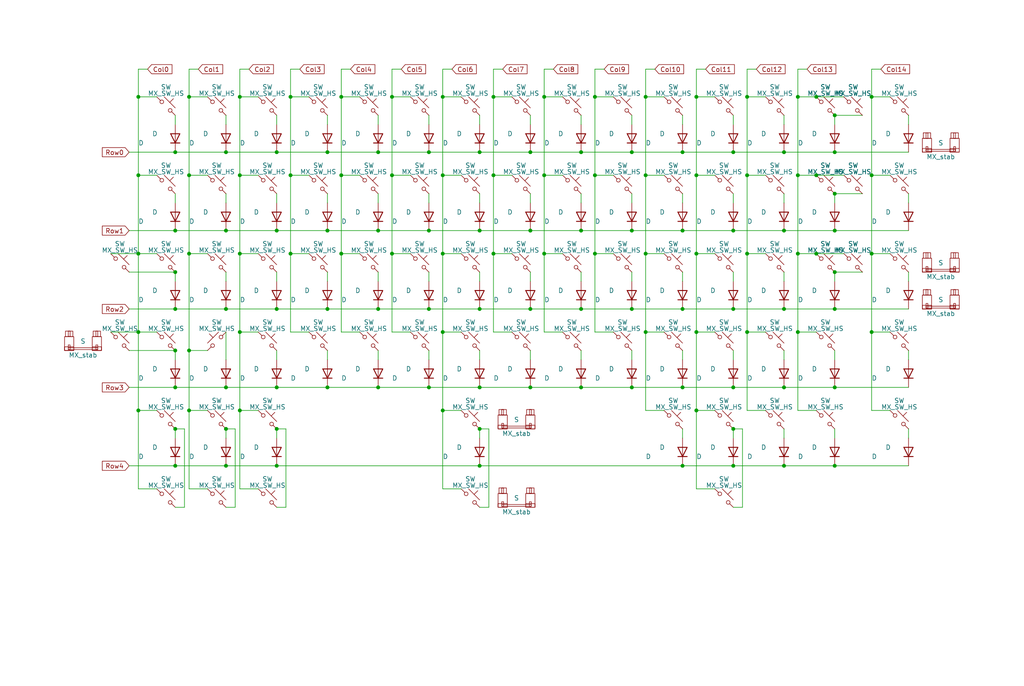
<source format=kicad_sch>
(kicad_sch (version 20220404) (generator eeschema)
  (paper "User" 281.991 189.001)
  (title_block (title "Nyx (Switches)") (date "2023-08-15") (rev "2") (comment 1 "Copyright © 2023 HorrorTroll") (comment 2 "GPL2 License"))
  (junction (at 52.07 26.67))
  (junction (at 118.11 63.5))
  (junction (at 149.86 26.67))
  (junction (at 52.07 69.85))
  (junction (at 121.92 91.44))
  (junction (at 146.05 63.5))
  (junction (at 191.77 26.67))
  (junction (at 177.8 48.26))
  (junction (at 132.08 85.09))
  (junction (at 173.99 63.5))
  (junction (at 229.87 74.93))
  (junction (at 224.79 26.67))
  (junction (at 38.1 26.67))
  (junction (at 146.05 41.91))
  (junction (at 191.77 113.03))
  (junction (at 187.96 85.09))
  (junction (at 76.2 128.27))
  (junction (at 205.74 48.26))
  (junction (at 163.83 48.26))
  (junction (at 219.71 91.44))
  (junction (at 107.95 69.85))
  (junction (at 240.03 69.85))
  (junction (at 149.86 69.85))
  (junction (at 76.2 41.91))
  (junction (at 104.14 41.91))
  (junction (at 107.95 48.26))
  (junction (at 48.26 63.5))
  (junction (at 149.86 48.26))
  (junction (at 229.87 31.75))
  (junction (at 201.93 118.11))
  (junction (at 66.04 26.67))
  (junction (at 201.93 106.68))
  (junction (at 76.2 106.68))
  (junction (at 135.89 48.26))
  (junction (at 201.93 128.27))
  (junction (at 66.04 91.44))
  (junction (at 160.02 106.68))
  (junction (at 90.17 41.91))
  (junction (at 52.07 48.26))
  (junction (at 132.08 106.68))
  (junction (at 66.04 48.26))
  (junction (at 90.17 85.09))
  (junction (at 132.08 118.11))
  (junction (at 48.26 106.68))
  (junction (at 240.03 91.44))
  (junction (at 205.74 69.85))
  (junction (at 146.05 85.09))
  (junction (at 76.2 118.11))
  (junction (at 173.99 85.09))
  (junction (at 62.23 85.09))
  (junction (at 229.87 63.5))
  (junction (at 107.95 26.67))
  (junction (at 132.08 41.91))
  (junction (at 118.11 85.09))
  (junction (at 48.26 74.93))
  (junction (at 104.14 85.09))
  (junction (at 121.92 26.67))
  (junction (at 80.01 48.26))
  (junction (at 229.87 53.34))
  (junction (at 201.93 63.5))
  (junction (at 215.9 106.68))
  (junction (at 177.8 69.85))
  (junction (at 121.92 69.85))
  (junction (at 163.83 26.67))
  (junction (at 62.23 63.5))
  (junction (at 121.92 113.03))
  (junction (at 93.98 26.67))
  (junction (at 201.93 85.09))
  (junction (at 177.8 91.44))
  (junction (at 62.23 128.27))
  (junction (at 62.23 106.68))
  (junction (at 173.99 106.68))
  (junction (at 240.03 26.67))
  (junction (at 191.77 91.44))
  (junction (at 135.89 69.85))
  (junction (at 160.02 85.09))
  (junction (at 90.17 106.68))
  (junction (at 201.93 41.91))
  (junction (at 38.1 69.85))
  (junction (at 62.23 41.91))
  (junction (at 205.74 91.44))
  (junction (at 215.9 63.5))
  (junction (at 177.8 26.67))
  (junction (at 224.79 69.85))
  (junction (at 160.02 41.91))
  (junction (at 240.03 48.26))
  (junction (at 62.23 118.11))
  (junction (at 187.96 106.68))
  (junction (at 38.1 91.44))
  (junction (at 229.87 128.27))
  (junction (at 52.07 113.03))
  (junction (at 163.83 69.85))
  (junction (at 48.26 128.27))
  (junction (at 132.08 63.5))
  (junction (at 215.9 41.91))
  (junction (at 229.87 106.68))
  (junction (at 215.9 85.09))
  (junction (at 93.98 69.85))
  (junction (at 187.96 63.5))
  (junction (at 48.26 96.52))
  (junction (at 173.99 41.91))
  (junction (at 132.08 128.27))
  (junction (at 90.17 63.5))
  (junction (at 191.77 69.85))
  (junction (at 229.87 41.91))
  (junction (at 38.1 48.26))
  (junction (at 219.71 48.26))
  (junction (at 215.9 128.27))
  (junction (at 191.77 48.26))
  (junction (at 76.2 85.09))
  (junction (at 104.14 63.5))
  (junction (at 48.26 118.11))
  (junction (at 104.14 106.68))
  (junction (at 52.07 96.52))
  (junction (at 66.04 69.85))
  (junction (at 187.96 41.91))
  (junction (at 121.92 48.26))
  (junction (at 48.26 85.09))
  (junction (at 224.79 48.26))
  (junction (at 80.01 69.85))
  (junction (at 205.74 26.67))
  (junction (at 118.11 41.91))
  (junction (at 219.71 26.67))
  (junction (at 187.96 128.27))
  (junction (at 219.71 69.85))
  (junction (at 118.11 106.68))
  (junction (at 93.98 48.26))
  (junction (at 160.02 63.5))
  (junction (at 229.87 85.09))
  (junction (at 80.01 26.67))
  (junction (at 38.1 113.03))
  (junction (at 146.05 106.68))
  (junction (at 66.04 113.03))
  (junction (at 76.2 63.5))
  (junction (at 135.89 26.67))
  (junction (at 48.26 41.91))
  (wire (pts (xy 201.93 63.5) (xy 215.9 63.5)))
  (wire (pts (xy 118.11 74.93) (xy 118.11 77.47)))
  (wire (pts (xy 229.87 118.11) (xy 229.87 120.65)))
  (wire (pts (xy 250.19 53.34) (xy 250.19 55.88)))
  (wire (pts (xy 132.08 118.11) (xy 132.08 120.65)))
  (wire (pts (xy 177.8 113.03) (xy 182.88 113.03)))
  (wire (pts (xy 219.71 113.03) (xy 224.79 113.03)))
  (wire (pts (xy 52.07 113.03) (xy 52.07 134.62)))
  (wire (pts (xy 229.87 74.93) (xy 237.49 74.93)))
  (wire (pts (xy 177.8 48.26) (xy 182.88 48.26)))
  (wire (pts (xy 93.98 69.85) (xy 93.98 91.44)))
  (wire (pts (xy 224.79 69.85) (xy 232.41 69.85)))
  (wire (pts (xy 90.17 106.68) (xy 104.14 106.68)))
  (wire (pts (xy 173.99 31.75) (xy 173.99 34.29)))
  (wire (pts (xy 80.01 26.67) (xy 80.01 48.26)))
  (wire (pts (xy 149.86 26.67) (xy 154.94 26.67)))
  (wire (pts (xy 121.92 91.44) (xy 121.92 113.03)))
  (wire (pts (xy 191.77 69.85) (xy 191.77 48.26)))
  (wire (pts (xy 240.03 91.44) (xy 240.03 113.03)))
  (wire (pts (xy 229.87 31.75) (xy 237.49 31.75)))
  (wire (pts (xy 201.93 139.7) (xy 204.47 139.7)))
  (wire (pts (xy 135.89 69.85) (xy 140.97 69.85)))
  (wire (pts (xy 80.01 19.05) (xy 80.01 26.67)))
  (wire (pts (xy 93.98 91.44) (xy 99.06 91.44)))
  (wire (pts (xy 135.89 26.67) (xy 135.89 48.26)))
  (wire (pts (xy 135.89 91.44) (xy 140.97 91.44)))
  (wire (pts (xy 38.1 48.26) (xy 43.18 48.26)))
  (wire (pts (xy 121.92 19.05) (xy 124.46 19.05)))
  (wire (pts (xy 201.93 96.52) (xy 201.93 99.06)))
  (wire (pts (xy 62.23 41.91) (xy 76.2 41.91)))
  (wire (pts (xy 191.77 19.05) (xy 194.31 19.05)))
  (wire (pts (xy 135.89 69.85) (xy 135.89 48.26)))
  (wire (pts (xy 107.95 26.67) (xy 107.95 48.26)))
  (wire (pts (xy 62.23 63.5) (xy 76.2 63.5)))
  (wire (pts (xy 76.2 139.7) (xy 78.74 139.7)))
  (wire (pts (xy 219.71 19.05) (xy 222.25 19.05)))
  (wire (pts (xy 163.83 48.26) (xy 168.91 48.26)))
  (wire (pts (xy 38.1 91.44) (xy 38.1 113.03)))
  (wire (pts (xy 205.74 26.67) (xy 210.82 26.67)))
  (wire (pts (xy 177.8 91.44) (xy 177.8 113.03)))
  (wire (pts (xy 250.19 74.93) (xy 250.19 77.47)))
  (wire (pts (xy 104.14 31.75) (xy 104.14 34.29)))
  (wire (pts (xy 90.17 63.5) (xy 104.14 63.5)))
  (wire (pts (xy 48.26 139.7) (xy 50.8 139.7)))
  (wire (pts (xy 187.96 41.91) (xy 201.93 41.91)))
  (wire (pts (xy 118.11 96.52) (xy 118.11 99.06)))
  (wire (pts (xy 107.95 19.05) (xy 107.95 26.67)))
  (wire (pts (xy 215.9 63.5) (xy 229.87 63.5)))
  (wire (pts (xy 93.98 26.67) (xy 99.06 26.67)))
  (wire (pts (xy 146.05 31.75) (xy 146.05 34.29)))
  (wire (pts (xy 205.74 26.67) (xy 205.74 19.05)))
  (wire (pts (xy 66.04 26.67) (xy 71.12 26.67)))
  (wire (pts (xy 121.92 48.26) (xy 127 48.26)))
  (wire (pts (xy 93.98 69.85) (xy 99.06 69.85)))
  (wire (pts (xy 52.07 26.67) (xy 57.15 26.67)))
  (wire (pts (xy 187.96 63.5) (xy 201.93 63.5)))
  (wire (pts (xy 80.01 48.26) (xy 85.09 48.26)))
  (wire (pts (xy 127 91.44) (xy 121.92 91.44)))
  (wire (pts (xy 240.03 91.44) (xy 245.11 91.44)))
  (wire (pts (xy 224.79 26.67) (xy 232.41 26.67)))
  (wire (pts (xy 240.03 26.67) (xy 240.03 19.05)))
  (wire (pts (xy 229.87 96.52) (xy 229.87 99.06)))
  (wire (pts (xy 66.04 113.03) (xy 71.12 113.03)))
  (wire (pts (xy 201.93 53.34) (xy 201.93 55.88)))
  (wire (pts (xy 121.92 26.67) (xy 121.92 19.05)))
  (wire (pts (xy 201.93 85.09) (xy 215.9 85.09)))
  (wire (pts (xy 104.14 63.5) (xy 118.11 63.5)))
  (wire (pts (xy 177.8 69.85) (xy 177.8 91.44)))
  (wire (pts (xy 80.01 26.67) (xy 85.09 26.67)))
  (wire (pts (xy 173.99 63.5) (xy 187.96 63.5)))
  (wire (pts (xy 66.04 69.85) (xy 66.04 91.44)))
  (wire (pts (xy 80.01 69.85) (xy 80.01 91.44)))
  (wire (pts (xy 118.11 53.34) (xy 118.11 55.88)))
  (wire (pts (xy 219.71 69.85) (xy 219.71 48.26)))
  (wire (pts (xy 229.87 41.91) (xy 250.19 41.91)))
  (wire (pts (xy 52.07 69.85) (xy 52.07 96.52)))
  (wire (pts (xy 163.83 26.67) (xy 163.83 48.26)))
  (wire (pts (xy 205.74 26.67) (xy 205.74 48.26)))
  (wire (pts (xy 62.23 139.7) (xy 64.77 139.7)))
  (wire (pts (xy 104.14 53.34) (xy 104.14 55.88)))
  (wire (pts (xy 127 69.85) (xy 121.92 69.85)))
  (wire (pts (xy 76.2 74.93) (xy 76.2 77.47)))
  (wire (pts (xy 146.05 53.34) (xy 146.05 55.88)))
  (wire (pts (xy 66.04 69.85) (xy 71.12 69.85)))
  (wire (pts (xy 121.92 91.44) (xy 121.92 69.85)))
  (wire (pts (xy 177.8 26.67) (xy 182.88 26.67)))
  (wire (pts (xy 163.83 91.44) (xy 168.91 91.44)))
  (wire (pts (xy 118.11 106.68) (xy 132.08 106.68)))
  (wire (pts (xy 177.8 26.67) (xy 177.8 19.05)))
  (wire (pts (xy 191.77 91.44) (xy 196.85 91.44)))
  (wire (pts (xy 107.95 91.44) (xy 113.03 91.44)))
  (wire (pts (xy 196.85 134.62) (xy 191.77 134.62)))
  (wire (pts (xy 191.77 69.85) (xy 191.77 91.44)))
  (wire (pts (xy 215.9 74.93) (xy 215.9 77.47)))
  (wire (pts (xy 104.14 96.52) (xy 104.14 99.06)))
  (wire (pts (xy 104.14 106.68) (xy 118.11 106.68)))
  (wire (pts (xy 132.08 31.75) (xy 132.08 34.29)))
  (wire (pts (xy 201.93 128.27) (xy 215.9 128.27)))
  (wire (pts (xy 163.83 69.85) (xy 168.91 69.85)))
  (wire (pts (xy 163.83 26.67) (xy 163.83 19.05)))
  (wire (pts (xy 30.48 69.85) (xy 38.1 69.85)))
  (wire (pts (xy 163.83 69.85) (xy 163.83 91.44)))
  (wire (pts (xy 149.86 19.05) (xy 152.4 19.05)))
  (wire (pts (xy 38.1 113.03) (xy 43.18 113.03)))
  (wire (pts (xy 146.05 63.5) (xy 160.02 63.5)))
  (wire (pts (xy 93.98 26.67) (xy 93.98 48.26)))
  (wire (pts (xy 90.17 41.91) (xy 104.14 41.91)))
  (wire (pts (xy 229.87 74.93) (xy 229.87 77.47)))
  (wire (pts (xy 118.11 31.75) (xy 118.11 34.29)))
  (wire (pts (xy 62.23 91.44) (xy 62.23 99.06)))
  (wire (pts (xy 107.95 48.26) (xy 107.95 69.85)))
  (wire (pts (xy 132.08 85.09) (xy 146.05 85.09)))
  (wire (pts (xy 76.2 63.5) (xy 90.17 63.5)))
  (wire (pts (xy 52.07 48.26) (xy 52.07 69.85)))
  (wire (pts (xy 250.19 118.11) (xy 250.19 120.65)))
  (wire (pts (xy 191.77 113.03) (xy 191.77 134.62)))
  (wire (pts (xy 93.98 48.26) (xy 93.98 69.85)))
  (wire (pts (xy 48.26 96.52) (xy 48.26 99.06)))
  (wire (pts (xy 160.02 53.34) (xy 160.02 55.88)))
  (wire (pts (xy 121.92 134.62) (xy 127 134.62)))
  (wire (pts (xy 132.08 41.91) (xy 146.05 41.91)))
  (wire (pts (xy 90.17 85.09) (xy 104.14 85.09)))
  (wire (pts (xy 187.96 106.68) (xy 201.93 106.68)))
  (wire (pts (xy 52.07 69.85) (xy 57.15 69.85)))
  (wire (pts (xy 177.8 69.85) (xy 182.88 69.85)))
  (wire (pts (xy 80.01 48.26) (xy 80.01 69.85)))
  (wire (pts (xy 149.86 26.67) (xy 149.86 48.26)))
  (wire (pts (xy 229.87 63.5) (xy 250.19 63.5)))
  (wire (pts (xy 187.96 85.09) (xy 201.93 85.09)))
  (wire (pts (xy 160.02 106.68) (xy 173.99 106.68)))
  (wire (pts (xy 76.2 53.34) (xy 76.2 55.88)))
  (wire (pts (xy 219.71 69.85) (xy 224.79 69.85)))
  (wire (pts (xy 66.04 113.03) (xy 66.04 134.62)))
  (wire (pts (xy 38.1 26.67) (xy 43.18 26.67)))
  (wire (pts (xy 219.71 26.67) (xy 219.71 48.26)))
  (wire (pts (xy 82.55 19.05) (xy 80.01 19.05)))
  (wire (pts (xy 64.77 139.7) (xy 64.77 118.11)))
  (wire (pts (xy 219.71 69.85) (xy 219.71 91.44)))
  (wire (pts (xy 173.99 85.09) (xy 187.96 85.09)))
  (wire (pts (xy 204.47 118.11) (xy 201.93 118.11)))
  (wire (pts (xy 149.86 69.85) (xy 149.86 48.26)))
  (wire (pts (xy 240.03 48.26) (xy 245.11 48.26)))
  (wire (pts (xy 121.92 26.67) (xy 127 26.67)))
  (wire (pts (xy 163.83 69.85) (xy 163.83 48.26)))
  (wire (pts (xy 177.8 91.44) (xy 182.88 91.44)))
  (wire (pts (xy 132.08 96.52) (xy 132.08 99.06)))
  (wire (pts (xy 48.26 120.65) (xy 48.26 118.11)))
  (wire (pts (xy 205.74 113.03) (xy 205.74 91.44)))
  (wire (pts (xy 177.8 69.85) (xy 177.8 48.26)))
  (wire (pts (xy 250.19 96.52) (xy 250.19 99.06)))
  (wire (pts (xy 229.87 85.09) (xy 250.19 85.09)))
  (wire (pts (xy 173.99 53.34) (xy 173.99 55.88)))
  (wire (pts (xy 52.07 26.67) (xy 52.07 48.26)))
  (wire (pts (xy 50.8 139.7) (xy 50.8 118.11)))
  (wire (pts (xy 76.2 96.52) (xy 76.2 99.06)))
  (wire (pts (xy 35.56 96.52) (xy 48.26 96.52)))
  (wire (pts (xy 50.8 118.11) (xy 48.26 118.11)))
  (wire (pts (xy 35.56 128.27) (xy 48.26 128.27)))
  (wire (pts (xy 52.07 19.05) (xy 52.07 26.67)))
  (wire (pts (xy 38.1 26.67) (xy 38.1 48.26)))
  (wire (pts (xy 96.52 19.05) (xy 93.98 19.05)))
  (wire (pts (xy 52.07 113.03) (xy 57.15 113.03)))
  (wire (pts (xy 191.77 113.03) (xy 191.77 91.44)))
  (wire (pts (xy 78.74 139.7) (xy 78.74 118.11)))
  (wire (pts (xy 160.02 85.09) (xy 173.99 85.09)))
  (wire (pts (xy 187.96 118.11) (xy 187.96 120.65)))
  (wire (pts (xy 80.01 69.85) (xy 85.09 69.85)))
  (wire (pts (xy 35.56 41.91) (xy 48.26 41.91)))
  (wire (pts (xy 132.08 74.93) (xy 132.08 77.47)))
  (wire (pts (xy 62.23 128.27) (xy 76.2 128.27)))
  (wire (pts (xy 187.96 74.93) (xy 187.96 77.47)))
  (wire (pts (xy 76.2 106.68) (xy 90.17 106.68)))
  (wire (pts (xy 121.92 26.67) (xy 121.92 48.26)))
  (wire (pts (xy 132.08 53.34) (xy 132.08 55.88)))
  (wire (pts (xy 38.1 69.85) (xy 43.18 69.85)))
  (wire (pts (xy 132.08 63.5) (xy 146.05 63.5)))
  (wire (pts (xy 219.71 26.67) (xy 224.79 26.67)))
  (wire (pts (xy 240.03 113.03) (xy 245.11 113.03)))
  (wire (pts (xy 135.89 19.05) (xy 138.43 19.05)))
  (wire (pts (xy 163.83 26.67) (xy 168.91 26.67)))
  (wire (pts (xy 210.82 91.44) (xy 205.74 91.44)))
  (wire (pts (xy 48.26 31.75) (xy 48.26 34.29)))
  (wire (pts (xy 187.96 96.52) (xy 187.96 99.06)))
  (wire (pts (xy 43.18 134.62) (xy 38.1 134.62)))
  (wire (pts (xy 62.23 118.11) (xy 62.23 120.65)))
  (wire (pts (xy 66.04 91.44) (xy 71.12 91.44)))
  (wire (pts (xy 62.23 53.34) (xy 62.23 55.88)))
  (wire (pts (xy 240.03 69.85) (xy 240.03 48.26)))
  (wire (pts (xy 48.26 85.09) (xy 62.23 85.09)))
  (wire (pts (xy 68.58 19.05) (xy 66.04 19.05)))
  (wire (pts (xy 48.26 41.91) (xy 62.23 41.91)))
  (wire (pts (xy 38.1 19.05) (xy 38.1 26.67)))
  (wire (pts (xy 66.04 48.26) (xy 66.04 69.85)))
  (wire (pts (xy 62.23 74.93) (xy 62.23 77.47)))
  (wire (pts (xy 191.77 69.85) (xy 196.85 69.85)))
  (wire (pts (xy 118.11 85.09) (xy 132.08 85.09)))
  (wire (pts (xy 80.01 91.44) (xy 85.09 91.44)))
  (wire (pts (xy 35.56 106.68) (xy 48.26 106.68)))
  (wire (pts (xy 215.9 118.11) (xy 215.9 120.65)))
  (wire (pts (xy 66.04 91.44) (xy 66.04 113.03)))
  (wire (pts (xy 66.04 26.67) (xy 66.04 48.26)))
  (wire (pts (xy 201.93 31.75) (xy 201.93 34.29)))
  (wire (pts (xy 52.07 134.62) (xy 57.15 134.62)))
  (wire (pts (xy 35.56 74.93) (xy 48.26 74.93)))
  (wire (pts (xy 121.92 113.03) (xy 121.92 134.62)))
  (wire (pts (xy 66.04 19.05) (xy 66.04 26.67)))
  (wire (pts (xy 62.23 31.75) (xy 62.23 34.29)))
  (wire (pts (xy 40.64 19.05) (xy 38.1 19.05)))
  (wire (pts (xy 118.11 63.5) (xy 132.08 63.5)))
  (wire (pts (xy 146.05 106.68) (xy 160.02 106.68)))
  (wire (pts (xy 229.87 128.27) (xy 250.19 128.27)))
  (wire (pts (xy 149.86 26.67) (xy 149.86 19.05)))
  (wire (pts (xy 134.62 139.7) (xy 134.62 118.11)))
  (wire (pts (xy 215.9 41.91) (xy 229.87 41.91)))
  (wire (pts (xy 187.96 31.75) (xy 187.96 34.29)))
  (wire (pts (xy 135.89 26.67) (xy 135.89 19.05)))
  (wire (pts (xy 205.74 69.85) (xy 210.82 69.85)))
  (wire (pts (xy 48.26 53.34) (xy 48.26 55.88)))
  (wire (pts (xy 173.99 106.68) (xy 187.96 106.68)))
  (wire (pts (xy 132.08 139.7) (xy 134.62 139.7)))
  (wire (pts (xy 62.23 85.09) (xy 76.2 85.09)))
  (wire (pts (xy 30.48 91.44) (xy 38.1 91.44)))
  (wire (pts (xy 191.77 26.67) (xy 191.77 48.26)))
  (wire (pts (xy 90.17 74.93) (xy 90.17 77.47)))
  (wire (pts (xy 229.87 53.34) (xy 237.49 53.34)))
  (wire (pts (xy 52.07 96.52) (xy 52.07 113.03)))
  (wire (pts (xy 163.83 19.05) (xy 166.37 19.05)))
  (wire (pts (xy 201.93 74.93) (xy 201.93 77.47)))
  (wire (pts (xy 160.02 31.75) (xy 160.02 34.29)))
  (wire (pts (xy 134.62 118.11) (xy 132.08 118.11)))
  (wire (pts (xy 205.74 48.26) (xy 210.82 48.26)))
  (wire (pts (xy 149.86 69.85) (xy 154.94 69.85)))
  (wire (pts (xy 177.8 19.05) (xy 180.34 19.05)))
  (wire (pts (xy 76.2 31.75) (xy 76.2 34.29)))
  (wire (pts (xy 76.2 118.11) (xy 76.2 120.65)))
  (wire (pts (xy 118.11 41.91) (xy 132.08 41.91)))
  (wire (pts (xy 177.8 26.67) (xy 177.8 48.26)))
  (wire (pts (xy 149.86 91.44) (xy 154.94 91.44)))
  (wire (pts (xy 76.2 41.91) (xy 90.17 41.91)))
  (wire (pts (xy 191.77 48.26) (xy 196.85 48.26)))
  (wire (pts (xy 173.99 41.91) (xy 187.96 41.91)))
  (wire (pts (xy 35.56 85.09) (xy 48.26 85.09)))
  (wire (pts (xy 160.02 96.52) (xy 160.02 99.06)))
  (wire (pts (xy 160.02 41.91) (xy 173.99 41.91)))
  (wire (pts (xy 107.95 48.26) (xy 113.03 48.26)))
  (wire (pts (xy 205.74 69.85) (xy 205.74 48.26)))
  (wire (pts (xy 240.03 69.85) (xy 240.03 91.44)))
  (wire (pts (xy 54.61 19.05) (xy 52.07 19.05)))
  (wire (pts (xy 135.89 48.26) (xy 140.97 48.26)))
  (wire (pts (xy 135.89 69.85) (xy 135.89 91.44)))
  (wire (pts (xy 104.14 41.91) (xy 118.11 41.91)))
  (wire (pts (xy 146.05 41.91) (xy 160.02 41.91)))
  (wire (pts (xy 48.26 106.68) (xy 62.23 106.68)))
  (wire (pts (xy 107.95 69.85) (xy 107.95 91.44)))
  (wire (pts (xy 160.02 63.5) (xy 173.99 63.5)))
  (wire (pts (xy 90.17 53.34) (xy 90.17 55.88)))
  (wire (pts (xy 52.07 96.52) (xy 57.15 96.52)))
  (wire (pts (xy 210.82 113.03) (xy 205.74 113.03)))
  (wire (pts (xy 135.89 26.67) (xy 140.97 26.67)))
  (wire (pts (xy 219.71 26.67) (xy 219.71 19.05)))
  (wire (pts (xy 240.03 69.85) (xy 245.11 69.85)))
  (wire (pts (xy 201.93 106.68) (xy 215.9 106.68)))
  (wire (pts (xy 121.92 69.85) (xy 121.92 48.26)))
  (wire (pts (xy 52.07 48.26) (xy 57.15 48.26)))
  (wire (pts (xy 191.77 26.67) (xy 196.85 26.67)))
  (wire (pts (xy 66.04 134.62) (xy 71.12 134.62)))
  (wire (pts (xy 173.99 96.52) (xy 173.99 99.06)))
  (wire (pts (xy 64.77 118.11) (xy 62.23 118.11)))
  (wire (pts (xy 215.9 96.52) (xy 215.9 99.06)))
  (wire (pts (xy 205.74 91.44) (xy 205.74 69.85)))
  (wire (pts (xy 187.96 53.34) (xy 187.96 55.88)))
  (wire (pts (xy 229.87 31.75) (xy 229.87 34.29)))
  (wire (pts (xy 146.05 85.09) (xy 160.02 85.09)))
  (wire (pts (xy 219.71 48.26) (xy 224.79 48.26)))
  (wire (pts (xy 204.47 139.7) (xy 204.47 118.11)))
  (wire (pts (xy 38.1 48.26) (xy 38.1 69.85)))
  (wire (pts (xy 35.56 63.5) (xy 48.26 63.5)))
  (wire (pts (xy 38.1 69.85) (xy 38.1 91.44)))
  (wire (pts (xy 240.03 19.05) (xy 242.57 19.05)))
  (wire (pts (xy 146.05 74.93) (xy 146.05 77.47)))
  (wire (pts (xy 240.03 26.67) (xy 240.03 48.26)))
  (wire (pts (xy 62.23 106.68) (xy 76.2 106.68)))
  (wire (pts (xy 219.71 91.44) (xy 224.79 91.44)))
  (wire (pts (xy 107.95 69.85) (xy 113.03 69.85)))
  (wire (pts (xy 146.05 96.52) (xy 146.05 99.06)))
  (wire (pts (xy 191.77 26.67) (xy 191.77 19.05)))
  (wire (pts (xy 224.79 48.26) (xy 232.41 48.26)))
  (wire (pts (xy 76.2 128.27) (xy 132.08 128.27)))
  (wire (pts (xy 104.14 85.09) (xy 118.11 85.09)))
  (wire (pts (xy 187.96 128.27) (xy 201.93 128.27)))
  (wire (pts (xy 48.26 128.27) (xy 62.23 128.27)))
  (wire (pts (xy 173.99 74.93) (xy 173.99 77.47)))
  (wire (pts (xy 215.9 53.34) (xy 215.9 55.88)))
  (wire (pts (xy 149.86 69.85) (xy 149.86 91.44)))
  (wire (pts (xy 240.03 26.67) (xy 245.11 26.67)))
  (wire (pts (xy 66.04 48.26) (xy 71.12 48.26)))
  (wire (pts (xy 48.26 74.93) (xy 48.26 77.47)))
  (wire (pts (xy 76.2 85.09) (xy 90.17 85.09)))
  (wire (pts (xy 121.92 113.03) (xy 127 113.03)))
  (wire (pts (xy 215.9 85.09) (xy 229.87 85.09)))
  (wire (pts (xy 110.49 19.05) (xy 107.95 19.05)))
  (wire (pts (xy 229.87 106.68) (xy 250.19 106.68)))
  (wire (pts (xy 107.95 26.67) (xy 113.03 26.67)))
  (wire (pts (xy 205.74 19.05) (xy 208.28 19.05)))
  (wire (pts (xy 93.98 48.26) (xy 99.06 48.26)))
  (wire (pts (xy 38.1 134.62) (xy 38.1 113.03)))
  (wire (pts (xy 132.08 106.68) (xy 146.05 106.68)))
  (wire (pts (xy 90.17 31.75) (xy 90.17 34.29)))
  (wire (pts (xy 229.87 53.34) (xy 229.87 55.88)))
  (wire (pts (xy 132.08 128.27) (xy 187.96 128.27)))
  (wire (pts (xy 160.02 74.93) (xy 160.02 77.47)))
  (wire (pts (xy 38.1 91.44) (xy 43.18 91.44)))
  (wire (pts (xy 90.17 96.52) (xy 90.17 99.06)))
  (wire (pts (xy 196.85 113.03) (xy 191.77 113.03)))
  (wire (pts (xy 215.9 31.75) (xy 215.9 34.29)))
  (wire (pts (xy 215.9 106.68) (xy 229.87 106.68)))
  (wire (pts (xy 93.98 19.05) (xy 93.98 26.67)))
  (wire (pts (xy 215.9 128.27) (xy 229.87 128.27)))
  (wire (pts (xy 104.14 74.93) (xy 104.14 77.47)))
  (wire (pts (xy 219.71 91.44) (xy 219.71 113.03)))
  (wire (pts (xy 201.93 41.91) (xy 215.9 41.91)))
  (wire (pts (xy 201.93 118.11) (xy 201.93 120.65)))
  (wire (pts (xy 48.26 63.5) (xy 62.23 63.5)))
  (wire (pts (xy 149.86 48.26) (xy 154.94 48.26)))
  (wire (pts (xy 78.74 118.11) (xy 76.2 118.11)))
  (wire (pts (xy 250.19 31.75) (xy 250.19 34.29)))
  (global_label "Row2" (shape input) (at 35.56 85.09 180) (property "Intersheetrefs" "${INTERSHEET_REFS}" (effects hide)))
  (global_label "Row0" (shape input) (at 35.56 41.91 180) (property "Intersheetrefs" "${INTERSHEET_REFS}" (effects hide)))
  (global_label "Row4" (shape input) (at 35.56 128.27 180) (property "Intersheetrefs" "${INTERSHEET_REFS}" (effects hide)))
  (global_label "Col11" (shape input) (at 194.31 19.05 0) (property "Intersheetrefs" "${INTERSHEET_REFS}" (effects hide)))
  (global_label "Col2" (shape input) (at 68.58 19.05 0) (property "Intersheetrefs" "${INTERSHEET_REFS}" (effects hide)))
  (global_label "Col4" (shape input) (at 96.52 19.05 0) (property "Intersheetrefs" "${INTERSHEET_REFS}" (effects hide)))
  (global_label "Col7" (shape input) (at 138.43 19.05 0) (property "Intersheetrefs" "${INTERSHEET_REFS}" (effects hide)))
  (global_label "Col0" (shape input) (at 40.64 19.05 0) (property "Intersheetrefs" "${INTERSHEET_REFS}" (effects hide)))
  (global_label "Col13" (shape input) (at 222.25 19.05 0) (property "Intersheetrefs" "${INTERSHEET_REFS}" (effects hide)))
  (global_label "Col1" (shape input) (at 54.61 19.05 0) (property "Intersheetrefs" "${INTERSHEET_REFS}" (effects hide)))
  (global_label "Col5" (shape input) (at 110.49 19.05 0) (property "Intersheetrefs" "${INTERSHEET_REFS}" (effects hide)))
  (global_label "Col10" (shape input) (at 180.34 19.05 0) (property "Intersheetrefs" "${INTERSHEET_REFS}" (effects hide)))
  (global_label "Col9" (shape input) (at 166.37 19.05 0) (property "Intersheetrefs" "${INTERSHEET_REFS}" (effects hide)))
  (global_label "Col3" (shape input) (at 82.55 19.05 0) (property "Intersheetrefs" "${INTERSHEET_REFS}" (effects hide)))
  (global_label "Col6" (shape input) (at 124.46 19.05 0) (property "Intersheetrefs" "${INTERSHEET_REFS}" (effects hide)))
  (global_label "Col14" (shape input) (at 242.57 19.05 0) (property "Intersheetrefs" "${INTERSHEET_REFS}" (effects hide)))
  (global_label "Col12" (shape input) (at 208.28 19.05 0) (property "Intersheetrefs" "${INTERSHEET_REFS}" (effects hide)))
  (global_label "Row3" (shape input) (at 35.56 106.68 180) (property "Intersheetrefs" "${INTERSHEET_REFS}" (effects hide)))
  (global_label "Col8" (shape input) (at 152.4 19.05 0) (property "Intersheetrefs" "${INTERSHEET_REFS}" (effects hide)))
  (global_label "Row1" (shape input) (at 35.56 63.5 180) (property "Intersheetrefs" "${INTERSHEET_REFS}" (effects hide)))
  (symbol (lib_name "SW_MX_CHOC_61") (lib_id "horrortroll_lib:SW_MX_CHOC") (at 227.33 115.57 0) (unit 1)
    (default_instance (reference "SW") (unit 1) (value "MX_SW_HS") (footprint "marbastlib-mx:SW_MX_HS_1u"))
    (property "Reference" "SW" (at 227.33 110.3249 0))
    (property "Value" "MX_SW_HS" (at 227.33 112.0871 0))
    (property "Footprint" "marbastlib-mx:SW_MX_HS_1u" (effects hide))
  )
  (symbol (lib_id "Device:D") (at 160.02 38.1 90) (unit 1)
    (default_instance (reference "D") (unit 1) (value "D") (footprint ""))
    (property "Reference" "D" (at 153.67 36.83 90) (effects (justify right)))
    (property "Value" "D" (at 149.86 39.37 90) (effects (justify right)))
    (property "LCSC Part Number" "C81598" (effects hide))
  )
  (symbol (lib_name "SW_MX_CHOC_63") (lib_id "horrortroll_lib:SW_MX_CHOC") (at 213.36 50.8 0) (unit 1)
    (default_instance (reference "SW") (unit 1) (value "MX_SW_HS") (footprint "marbastlib-mx:SW_MX_HS_1u"))
    (property "Reference" "SW" (at 213.36 45.5549 0))
    (property "Value" "MX_SW_HS" (at 213.36 47.3171 0))
    (property "Footprint" "marbastlib-mx:SW_MX_HS_1u" (effects hide))
  )
  (symbol (lib_name "SW_MX_CHOC_57") (lib_id "horrortroll_lib:SW_MX_CHOC") (at 213.36 93.98 0) (unit 1)
    (default_instance (reference "SW") (unit 1) (value "MX_SW_HS") (footprint "marbastlib-mx:SW_MX_HS_1u"))
    (property "Reference" "SW" (at 213.36 88.7349 0))
    (property "Value" "MX_SW_HS" (at 213.36 90.4971 0))
    (property "Footprint" "marbastlib-mx:SW_MX_HS_1u" (effects hide))
  )
  (symbol (lib_id "horrortroll_lib:MX_stab") (at 259.08 82.55 0) (unit 1)
    (default_instance (reference "S") (unit 1) (value "MX_stab") (footprint ""))
    (property "Reference" "S" (at 259.08 82.55 0))
    (property "Value" "MX_stab" (at 259.08 86.36 0))
  )
  (symbol (lib_name "SW_MX_CHOC_24") (lib_id "horrortroll_lib:SW_MX_CHOC") (at 59.69 93.98 0) (mirror y) (unit 1)
    (default_instance (reference "SW") (unit 1) (value "MX_SW_HS") (footprint "marbastlib-mx:SW_MX_HS_1u"))
    (property "Reference" "SW" (at 59.69 88.7349 0))
    (property "Value" "MX_SW_HS" (at 59.69 90.4971 0))
    (property "Footprint" "marbastlib-mx:SW_MX_HS_1u" (effects hide))
  )
  (symbol (lib_id "Device:D") (at 132.08 38.1 90) (unit 1)
    (default_instance (reference "D") (unit 1) (value "D") (footprint ""))
    (property "Reference" "D" (at 125.73 36.83 90) (effects (justify right)))
    (property "Value" "D" (at 121.92 39.37 90) (effects (justify right)))
    (property "LCSC Part Number" "C81598" (effects hide))
  )
  (symbol (lib_name "SW_MX_CHOC_33") (lib_id "horrortroll_lib:SW_MX_CHOC") (at 157.48 72.39 0) (unit 1)
    (default_instance (reference "SW") (unit 1) (value "MX_SW_HS") (footprint "marbastlib-mx:SW_MX_HS_1u"))
    (property "Reference" "SW" (at 157.48 67.1449 0))
    (property "Value" "MX_SW_HS" (at 157.48 68.9071 0))
    (property "Footprint" "marbastlib-mx:SW_MX_HS_1u" (effects hide))
  )
  (symbol (lib_id "Device:D") (at 201.93 59.69 90) (unit 1)
    (default_instance (reference "D") (unit 1) (value "D") (footprint ""))
    (property "Reference" "D" (at 195.58 58.42 90) (effects (justify right)))
    (property "Value" "D" (at 191.77 60.96 90) (effects (justify right)))
    (property "LCSC Part Number" "C81598" (effects hide))
  )
  (symbol (lib_name "SW_MX_CHOC_1") (lib_id "horrortroll_lib:SW_MX_CHOC") (at 45.72 72.39 0) (unit 1)
    (default_instance (reference "SW") (unit 1) (value "MX_SW_HS") (footprint "marbastlib-mx:SW_MX_HS_1u"))
    (property "Reference" "SW" (at 45.72 67.1449 0))
    (property "Value" "MX_SW_HS" (at 45.72 68.9071 0))
    (property "Footprint" "marbastlib-mx:SW_MX_HS_1u" (effects hide))
  )
  (symbol (lib_name "SW_MX_CHOC_21") (lib_id "horrortroll_lib:SW_MX_CHOC") (at 45.72 29.21 0) (unit 1)
    (default_instance (reference "SW") (unit 1) (value "MX_SW_HS") (footprint "marbastlib-mx:SW_MX_HS_1u"))
    (property "Reference" "SW" (at 45.72 23.9649 0))
    (property "Value" "MX_SW_HS" (at 45.72 25.7271 0))
    (property "Footprint" "marbastlib-mx:SW_MX_HS_1u" (effects hide))
  )
  (symbol (lib_name "SW_MX_CHOC_46") (lib_id "horrortroll_lib:SW_MX_CHOC") (at 199.39 115.57 0) (unit 1)
    (default_instance (reference "SW") (unit 1) (value "MX_SW_HS") (footprint "marbastlib-mx:SW_MX_HS_1u"))
    (property "Reference" "SW" (at 199.39 110.3249 0))
    (property "Value" "MX_SW_HS" (at 199.39 112.0871 0))
    (property "Footprint" "marbastlib-mx:SW_MX_HS_1u" (effects hide))
  )
  (symbol (lib_id "Device:D") (at 201.93 102.87 90) (unit 1)
    (default_instance (reference "D") (unit 1) (value "D") (footprint ""))
    (property "Reference" "D" (at 195.58 101.6 90) (effects (justify right)))
    (property "Value" "D" (at 191.77 104.14 90) (effects (justify right)))
    (property "LCSC Part Number" "C81598" (effects hide))
  )
  (symbol (lib_id "Device:D") (at 76.2 38.1 90) (unit 1)
    (default_instance (reference "D") (unit 1) (value "D") (footprint ""))
    (property "Reference" "D" (at 69.85 36.83 90) (effects (justify right)))
    (property "Value" "D" (at 66.04 39.37 90) (effects (justify right)))
    (property "LCSC Part Number" "C81598" (effects hide))
  )
  (symbol (lib_id "Device:D") (at 215.9 81.28 90) (unit 1)
    (default_instance (reference "D") (unit 1) (value "D") (footprint ""))
    (property "Reference" "D" (at 209.55 80.01 90) (effects (justify right)))
    (property "Value" "D" (at 205.74 82.55 90) (effects (justify right)))
    (property "LCSC Part Number" "C81598" (effects hide))
  )
  (symbol (lib_id "Device:D") (at 250.19 102.87 90) (unit 1)
    (default_instance (reference "D") (unit 1) (value "D") (footprint ""))
    (property "Reference" "D" (at 243.84 101.6 90) (effects (justify right)))
    (property "Value" "D" (at 240.03 104.14 90) (effects (justify right)))
    (property "LCSC Part Number" "C81598" (effects hide))
  )
  (symbol (lib_name "SW_MX_CHOC_38") (lib_id "horrortroll_lib:SW_MX_CHOC") (at 143.51 29.21 0) (unit 1)
    (default_instance (reference "SW") (unit 1) (value "MX_SW_HS") (footprint "marbastlib-mx:SW_MX_HS_1u"))
    (property "Reference" "SW" (at 143.51 23.9649 0))
    (property "Value" "MX_SW_HS" (at 143.51 25.7271 0))
    (property "Footprint" "marbastlib-mx:SW_MX_HS_1u" (effects hide))
  )
  (symbol (lib_name "SW_MX_CHOC_32") (lib_id "horrortroll_lib:SW_MX_CHOC") (at 171.45 72.39 0) (unit 1)
    (default_instance (reference "SW") (unit 1) (value "MX_SW_HS") (footprint "marbastlib-mx:SW_MX_HS_1u"))
    (property "Reference" "SW" (at 171.45 67.1449 0))
    (property "Value" "MX_SW_HS" (at 171.45 68.9071 0))
    (property "Footprint" "marbastlib-mx:SW_MX_HS_1u" (effects hide))
  )
  (symbol (lib_name "SW_MX_CHOC_47") (lib_id "horrortroll_lib:SW_MX_CHOC") (at 199.39 93.98 0) (unit 1)
    (default_instance (reference "SW") (unit 1) (value "MX_SW_HS") (footprint "marbastlib-mx:SW_MX_HS_1u"))
    (property "Reference" "SW" (at 199.39 88.7349 0))
    (property "Value" "MX_SW_HS" (at 199.39 90.4971 0))
    (property "Footprint" "marbastlib-mx:SW_MX_HS_1u" (effects hide))
  )
  (symbol (lib_name "SW_MX_CHOC_19") (lib_id "horrortroll_lib:SW_MX_CHOC") (at 129.54 50.8 0) (unit 1)
    (default_instance (reference "SW") (unit 1) (value "MX_SW_HS") (footprint "marbastlib-mx:SW_MX_HS_1u"))
    (property "Reference" "SW" (at 129.54 45.5549 0))
    (property "Value" "MX_SW_HS" (at 129.54 47.3171 0))
    (property "Footprint" "marbastlib-mx:SW_MX_HS_1u" (effects hide))
  )
  (symbol (lib_id "horrortroll_lib:MX_stab") (at 142.24 137.16 0) (unit 1)
    (default_instance (reference "S") (unit 1) (value "MX_stab") (footprint ""))
    (property "Reference" "S" (at 142.24 137.16 0))
    (property "Value" "MX_stab" (at 142.24 140.97 0))
  )
  (symbol (lib_id "Device:D") (at 48.26 102.87 90) (unit 1)
    (default_instance (reference "D") (unit 1) (value "D") (footprint ""))
    (property "Reference" "D" (at 41.91 101.6 90) (effects (justify right)))
    (property "Value" "D" (at 38.1 104.14 90) (effects (justify right)))
    (property "LCSC Part Number" "C81598" (effects hide))
  )
  (symbol (lib_name "SW_MX_CHOC_41") (lib_id "horrortroll_lib:SW_MX_CHOC") (at 171.45 50.8 0) (unit 1)
    (default_instance (reference "SW") (unit 1) (value "MX_SW_HS") (footprint "marbastlib-mx:SW_MX_HS_1u"))
    (property "Reference" "SW" (at 171.45 45.5549 0))
    (property "Value" "MX_SW_HS" (at 171.45 47.3171 0))
    (property "Footprint" "marbastlib-mx:SW_MX_HS_1u" (effects hide))
  )
  (symbol (lib_id "Device:D") (at 146.05 59.69 90) (unit 1)
    (default_instance (reference "D") (unit 1) (value "D") (footprint ""))
    (property "Reference" "D" (at 139.7 58.42 90) (effects (justify right)))
    (property "Value" "D" (at 135.89 60.96 90) (effects (justify right)))
    (property "LCSC Part Number" "C81598" (effects hide))
  )
  (symbol (lib_name "SW_MX_CHOC_26") (lib_id "horrortroll_lib:SW_MX_CHOC") (at 59.69 137.16 0) (unit 1)
    (default_instance (reference "SW") (unit 1) (value "MX_SW_HS") (footprint "marbastlib-mx:SW_MX_HS_1u"))
    (property "Reference" "SW" (at 59.69 131.9149 0))
    (property "Value" "MX_SW_HS" (at 59.69 133.6771 0))
    (property "Footprint" "marbastlib-mx:SW_MX_HS_1u" (effects hide))
  )
  (symbol (lib_name "SW_MX_CHOC_46") (lib_id "horrortroll_lib:SW_MX_CHOC") (at 199.39 137.16 0) (unit 1)
    (default_instance (reference "SW") (unit 1) (value "MX_SW_HS") (footprint "marbastlib-mx:SW_MX_HS_1u"))
    (property "Reference" "SW" (at 199.39 131.9149 0))
    (property "Value" "MX_SW_HS" (at 199.39 133.6771 0))
    (property "Footprint" "marbastlib-mx:SW_MX_HS_1u" (effects hide))
  )
  (symbol (lib_name "SW_MX_CHOC_1") (lib_id "horrortroll_lib:SW_MX_CHOC") (at 33.02 72.39 0) (unit 1)
    (default_instance (reference "SW") (unit 1) (value "MX_SW_HS") (footprint "marbastlib-mx:SW_MX_HS_1u"))
    (property "Reference" "SW" (at 33.02 67.1449 0))
    (property "Value" "MX_SW_HS" (at 33.02 68.9071 0))
    (property "Footprint" "marbastlib-mx:SW_MX_HS_1u" (effects hide))
  )
  (symbol (lib_id "Device:D") (at 62.23 81.28 90) (unit 1)
    (default_instance (reference "D") (unit 1) (value "D") (footprint ""))
    (property "Reference" "D" (at 55.88 80.01 90) (effects (justify right)))
    (property "Value" "D" (at 52.07 82.55 90) (effects (justify right)))
    (property "LCSC Part Number" "C81598" (effects hide))
  )
  (symbol (lib_name "SW_MX_CHOC_60") (lib_id "horrortroll_lib:SW_MX_CHOC") (at 247.65 93.98 0) (unit 1)
    (default_instance (reference "SW") (unit 1) (value "MX_SW_HS") (footprint "marbastlib-mx:SW_MX_HS_1u"))
    (property "Reference" "SW" (at 247.65 88.7349 0))
    (property "Value" "MX_SW_HS" (at 247.65 90.4971 0))
    (property "Footprint" "marbastlib-mx:SW_MX_HS_1u" (effects hide))
  )
  (symbol (lib_id "Device:D") (at 132.08 59.69 90) (unit 1)
    (default_instance (reference "D") (unit 1) (value "D") (footprint ""))
    (property "Reference" "D" (at 125.73 58.42 90) (effects (justify right)))
    (property "Value" "D" (at 121.92 60.96 90) (effects (justify right)))
    (property "LCSC Part Number" "C81598" (effects hide))
  )
  (symbol (lib_id "Device:D") (at 229.87 124.46 90) (unit 1)
    (default_instance (reference "D") (unit 1) (value "D") (footprint ""))
    (property "Reference" "D" (at 223.52 123.19 90) (effects (justify right)))
    (property "Value" "D" (at 219.71 125.73 90) (effects (justify right)))
    (property "LCSC Part Number" "C81598" (effects hide))
  )
  (symbol (lib_id "Device:D") (at 76.2 59.69 90) (unit 1)
    (default_instance (reference "D") (unit 1) (value "D") (footprint ""))
    (property "Reference" "D" (at 69.85 58.42 90) (effects (justify right)))
    (property "Value" "D" (at 66.04 60.96 90) (effects (justify right)))
    (property "LCSC Part Number" "C81598" (effects hide))
  )
  (symbol (lib_id "Device:D") (at 250.19 59.69 90) (unit 1)
    (default_instance (reference "D") (unit 1) (value "D") (footprint ""))
    (property "Reference" "D" (at 243.84 58.42 90) (effects (justify right)))
    (property "Value" "D" (at 240.03 60.96 90) (effects (justify right)))
    (property "LCSC Part Number" "C81598" (effects hide))
  )
  (symbol (lib_name "SW_MX_CHOC_64") (lib_id "horrortroll_lib:SW_MX_CHOC") (at 247.65 50.8 0) (unit 1)
    (default_instance (reference "SW") (unit 1) (value "MX_SW_HS") (footprint "marbastlib-mx:SW_MX_HS_1u"))
    (property "Reference" "SW" (at 247.65 45.5549 0))
    (property "Value" "MX_SW_HS" (at 247.65 47.3171 0))
    (property "Footprint" "marbastlib-mx:SW_MX_HS_1u" (effects hide))
  )
  (symbol (lib_id "Device:D") (at 250.19 81.28 90) (unit 1)
    (default_instance (reference "D") (unit 1) (value "D") (footprint ""))
    (property "Reference" "D" (at 243.84 80.01 90) (effects (justify right)))
    (property "Value" "D" (at 240.03 82.55 90) (effects (justify right)))
    (property "LCSC Part Number" "C81598" (effects hide))
  )
  (symbol (lib_id "Device:D") (at 146.05 81.28 90) (unit 1)
    (default_instance (reference "D") (unit 1) (value "D") (footprint ""))
    (property "Reference" "D" (at 139.7 80.01 90) (effects (justify right)))
    (property "Value" "D" (at 135.89 82.55 90) (effects (justify right)))
    (property "LCSC Part Number" "C81598" (effects hide))
  )
  (symbol (lib_name "SW_MX_CHOC_18") (lib_id "horrortroll_lib:SW_MX_CHOC") (at 129.54 29.21 0) (unit 1)
    (default_instance (reference "SW") (unit 1) (value "MX_SW_HS") (footprint "marbastlib-mx:SW_MX_HS_1u"))
    (property "Reference" "SW" (at 129.54 23.9649 0))
    (property "Value" "MX_SW_HS" (at 129.54 25.7271 0))
    (property "Footprint" "marbastlib-mx:SW_MX_HS_1u" (effects hide))
  )
  (symbol (lib_name "SW_MX_CHOC_52") (lib_id "horrortroll_lib:SW_MX_CHOC") (at 185.42 72.39 0) (unit 1)
    (default_instance (reference "SW") (unit 1) (value "MX_SW_HS") (footprint "marbastlib-mx:SW_MX_HS_1u"))
    (property "Reference" "SW" (at 185.42 67.1449 0))
    (property "Value" "MX_SW_HS" (at 185.42 68.9071 0))
    (property "Footprint" "marbastlib-mx:SW_MX_HS_1u" (effects hide))
  )
  (symbol (lib_name "SW_MX_CHOC_26") (lib_id "horrortroll_lib:SW_MX_CHOC") (at 59.69 115.57 0) (unit 1)
    (default_instance (reference "SW") (unit 1) (value "MX_SW_HS") (footprint "marbastlib-mx:SW_MX_HS_1u"))
    (property "Reference" "SW" (at 59.69 110.3249 0))
    (property "Value" "MX_SW_HS" (at 59.69 112.0871 0))
    (property "Footprint" "marbastlib-mx:SW_MX_HS_1u" (effects hide))
  )
  (symbol (lib_id "Device:D") (at 48.26 81.28 90) (unit 1)
    (default_instance (reference "D") (unit 1) (value "D") (footprint ""))
    (property "Reference" "D" (at 41.91 80.01 90) (effects (justify right)))
    (property "Value" "D" (at 38.1 82.55 90) (effects (justify right)))
    (property "LCSC Part Number" "C81598" (effects hide))
  )
  (symbol (lib_id "Device:D") (at 187.96 81.28 90) (unit 1)
    (default_instance (reference "D") (unit 1) (value "D") (footprint ""))
    (property "Reference" "D" (at 181.61 80.01 90) (effects (justify right)))
    (property "Value" "D" (at 177.8 82.55 90) (effects (justify right)))
    (property "LCSC Part Number" "C81598" (effects hide))
  )
  (symbol (lib_name "SW_MX_CHOC_13") (lib_id "horrortroll_lib:SW_MX_CHOC") (at 115.57 72.39 0) (unit 1)
    (default_instance (reference "SW") (unit 1) (value "MX_SW_HS") (footprint "marbastlib-mx:SW_MX_HS_1u"))
    (property "Reference" "SW" (at 115.57 67.1449 0))
    (property "Value" "MX_SW_HS" (at 115.57 68.9071 0))
    (property "Footprint" "marbastlib-mx:SW_MX_HS_1u" (effects hide))
  )
  (symbol (lib_id "Device:D") (at 118.11 59.69 90) (unit 1)
    (default_instance (reference "D") (unit 1) (value "D") (footprint ""))
    (property "Reference" "D" (at 111.76 58.42 90) (effects (justify right)))
    (property "Value" "D" (at 107.95 60.96 90) (effects (justify right)))
    (property "LCSC Part Number" "C81598" (effects hide))
  )
  (symbol (lib_id "Device:D") (at 201.93 81.28 90) (unit 1)
    (default_instance (reference "D") (unit 1) (value "D") (footprint ""))
    (property "Reference" "D" (at 195.58 80.01 90) (effects (justify right)))
    (property "Value" "D" (at 191.77 82.55 90) (effects (justify right)))
    (property "LCSC Part Number" "C81598" (effects hide))
  )
  (symbol (lib_id "Device:D") (at 229.87 81.28 90) (unit 1)
    (default_instance (reference "D") (unit 1) (value "D") (footprint ""))
    (property "Reference" "D" (at 223.52 80.01 90) (effects (justify right)))
    (property "Value" "D" (at 219.71 82.55 90) (effects (justify right)))
    (property "LCSC Part Number" "C81598" (effects hide))
  )
  (symbol (lib_id "Device:D") (at 201.93 124.46 90) (unit 1)
    (default_instance (reference "D") (unit 1) (value "D") (footprint ""))
    (property "Reference" "D" (at 195.58 123.19 90) (effects (justify right)))
    (property "Value" "D" (at 191.77 125.73 90) (effects (justify right)))
    (property "LCSC Part Number" "C81598" (effects hide))
  )
  (symbol (lib_id "Device:D") (at 229.87 38.1 90) (unit 1)
    (default_instance (reference "D") (unit 1) (value "D") (footprint ""))
    (property "Reference" "D" (at 223.52 36.83 90) (effects (justify right)))
    (property "Value" "D" (at 219.71 39.37 90) (effects (justify right)))
    (property "LCSC Part Number" "C81598" (effects hide))
  )
  (symbol (lib_name "SW_MX_CHOC_58") (lib_id "horrortroll_lib:SW_MX_CHOC") (at 247.65 115.57 0) (unit 1)
    (default_instance (reference "SW") (unit 1) (value "MX_SW_HS") (footprint "marbastlib-mx:SW_MX_HS_1u"))
    (property "Reference" "SW" (at 247.65 110.3249 0))
    (property "Value" "MX_SW_HS" (at 247.65 112.0871 0))
    (property "Footprint" "marbastlib-mx:SW_MX_HS_1u" (effects hide))
  )
  (symbol (lib_name "SW_MX_CHOC_14") (lib_id "horrortroll_lib:SW_MX_CHOC") (at 101.6 72.39 0) (unit 1)
    (default_instance (reference "SW") (unit 1) (value "MX_SW_HS") (footprint "marbastlib-mx:SW_MX_HS_1u"))
    (property "Reference" "SW" (at 101.6 67.1449 0))
    (property "Value" "MX_SW_HS" (at 101.6 68.9071 0))
    (property "Footprint" "marbastlib-mx:SW_MX_HS_1u" (effects hide))
  )
  (symbol (lib_name "SW_MX_CHOC_25") (lib_id "horrortroll_lib:SW_MX_CHOC") (at 45.72 137.16 0) (unit 1)
    (default_instance (reference "SW") (unit 1) (value "MX_SW_HS") (footprint "marbastlib-mx:SW_MX_HS_1u"))
    (property "Reference" "SW" (at 45.72 131.9149 0))
    (property "Value" "MX_SW_HS" (at 45.72 133.6771 0))
    (property "Footprint" "marbastlib-mx:SW_MX_HS_1u" (effects hide))
  )
  (symbol (lib_id "Device:D") (at 215.9 38.1 90) (unit 1)
    (default_instance (reference "D") (unit 1) (value "D") (footprint ""))
    (property "Reference" "D" (at 209.55 36.83 90) (effects (justify right)))
    (property "Value" "D" (at 205.74 39.37 90) (effects (justify right)))
    (property "LCSC Part Number" "C81598" (effects hide))
  )
  (symbol (lib_id "Device:D") (at 215.9 124.46 90) (unit 1)
    (default_instance (reference "D") (unit 1) (value "D") (footprint ""))
    (property "Reference" "D" (at 209.55 123.19 90) (effects (justify right)))
    (property "Value" "D" (at 205.74 125.73 90) (effects (justify right)))
    (property "LCSC Part Number" "C81598" (effects hide))
  )
  (symbol (lib_id "Device:D") (at 160.02 59.69 90) (unit 1)
    (default_instance (reference "D") (unit 1) (value "D") (footprint ""))
    (property "Reference" "D" (at 153.67 58.42 90) (effects (justify right)))
    (property "Value" "D" (at 149.86 60.96 90) (effects (justify right)))
    (property "LCSC Part Number" "C81598" (effects hide))
  )
  (symbol (lib_name "SW_MX_CHOC_12") (lib_id "horrortroll_lib:SW_MX_CHOC") (at 87.63 50.8 0) (unit 1)
    (default_instance (reference "SW") (unit 1) (value "MX_SW_HS") (footprint "marbastlib-mx:SW_MX_HS_1u"))
    (property "Reference" "SW" (at 87.63 45.5549 0))
    (property "Value" "MX_SW_HS" (at 87.63 47.3171 0))
    (property "Footprint" "marbastlib-mx:SW_MX_HS_1u" (effects hide))
  )
  (symbol (lib_name "SW_MX_CHOC_62") (lib_id "horrortroll_lib:SW_MX_CHOC") (at 227.33 93.98 0) (unit 1)
    (default_instance (reference "SW") (unit 1) (value "MX_SW_HS") (footprint "marbastlib-mx:SW_MX_HS_1u"))
    (property "Reference" "SW" (at 227.33 88.7349 0))
    (property "Value" "MX_SW_HS" (at 227.33 90.4971 0))
    (property "Footprint" "marbastlib-mx:SW_MX_HS_1u" (effects hide))
  )
  (symbol (lib_name "SW_MX_CHOC_24") (lib_id "horrortroll_lib:SW_MX_CHOC") (at 73.66 93.98 0) (unit 1)
    (default_instance (reference "SW") (unit 1) (value "MX_SW_HS") (footprint "marbastlib-mx:SW_MX_HS_1u"))
    (property "Reference" "SW" (at 73.66 88.7349 0))
    (property "Value" "MX_SW_HS" (at 73.66 90.4971 0))
    (property "Footprint" "marbastlib-mx:SW_MX_HS_1u" (effects hide))
  )
  (symbol (lib_name "SW_MX_CHOC_54") (lib_id "horrortroll_lib:SW_MX_CHOC") (at 213.36 29.21 0) (unit 1)
    (default_instance (reference "SW") (unit 1) (value "MX_SW_HS") (footprint "marbastlib-mx:SW_MX_HS_1u"))
    (property "Reference" "SW" (at 213.36 23.9649 0))
    (property "Value" "MX_SW_HS" (at 213.36 25.7271 0))
    (property "Footprint" "marbastlib-mx:SW_MX_HS_1u" (effects hide))
  )
  (symbol (lib_name "SW_MX_CHOC_27") (lib_id "horrortroll_lib:SW_MX_CHOC") (at 73.66 115.57 0) (unit 1)
    (default_instance (reference "SW") (unit 1) (value "MX_SW_HS") (footprint "marbastlib-mx:SW_MX_HS_1u"))
    (property "Reference" "SW" (at 73.66 110.3249 0))
    (property "Value" "MX_SW_HS" (at 73.66 112.0871 0))
    (property "Footprint" "marbastlib-mx:SW_MX_HS_1u" (effects hide))
  )
  (symbol (lib_id "horrortroll_lib:SW_MX_CHOC") (at 227.33 50.8 0) (unit 1)
    (default_instance (reference "SW") (unit 1) (value "MX_SW_HS") (footprint "marbastlib-mx:SW_MX_HS_1u"))
    (property "Reference" "SW" (at 227.33 45.5549 0))
    (property "Value" "MX_SW_HS" (at 227.33 47.3171 0))
    (property "Footprint" "marbastlib-mx:SW_MX_HS_1u" (effects hide))
  )
  (symbol (lib_name "SW_MX_CHOC_2") (lib_id "horrortroll_lib:SW_MX_CHOC") (at 73.66 72.39 0) (unit 1)
    (default_instance (reference "SW") (unit 1) (value "MX_SW_HS") (footprint "marbastlib-mx:SW_MX_HS_1u"))
    (property "Reference" "SW" (at 73.66 67.1449 0))
    (property "Value" "MX_SW_HS" (at 73.66 68.9071 0))
    (property "Footprint" "marbastlib-mx:SW_MX_HS_1u" (effects hide))
  )
  (symbol (lib_id "Device:D") (at 90.17 102.87 90) (unit 1)
    (default_instance (reference "D") (unit 1) (value "D") (footprint ""))
    (property "Reference" "D" (at 83.82 101.6 90) (effects (justify right)))
    (property "Value" "D" (at 80.01 104.14 90) (effects (justify right)))
    (property "LCSC Part Number" "C81598" (effects hide))
  )
  (symbol (lib_name "SW_MX_CHOC_55") (lib_id "horrortroll_lib:SW_MX_CHOC") (at 247.65 29.21 0) (unit 1)
    (default_instance (reference "SW") (unit 1) (value "MX_SW_HS") (footprint "marbastlib-mx:SW_MX_HS_1u"))
    (property "Reference" "SW" (at 247.65 23.9649 0))
    (property "Value" "MX_SW_HS" (at 247.65 25.7271 0))
    (property "Footprint" "marbastlib-mx:SW_MX_HS_1u" (effects hide))
  )
  (symbol (lib_id "Device:D") (at 76.2 124.46 90) (unit 1)
    (default_instance (reference "D") (unit 1) (value "D") (footprint ""))
    (property "Reference" "D" (at 69.85 123.19 90) (effects (justify right)))
    (property "Value" "D" (at 66.04 125.73 90) (effects (justify right)))
    (property "LCSC Part Number" "C81598" (effects hide))
  )
  (symbol (lib_id "Device:D") (at 187.96 124.46 90) (unit 1)
    (default_instance (reference "D") (unit 1) (value "D") (footprint ""))
    (property "Reference" "D" (at 181.61 123.19 90) (effects (justify right)))
    (property "Value" "D" (at 177.8 125.73 90) (effects (justify right)))
    (property "LCSC Part Number" "C81598" (effects hide))
  )
  (symbol (lib_name "SW_MX_CHOC_15") (lib_id "horrortroll_lib:SW_MX_CHOC") (at 129.54 72.39 0) (unit 1)
    (default_instance (reference "SW") (unit 1) (value "MX_SW_HS") (footprint "marbastlib-mx:SW_MX_HS_1u"))
    (property "Reference" "SW" (at 129.54 67.1449 0))
    (property "Value" "MX_SW_HS" (at 129.54 68.9071 0))
    (property "Footprint" "marbastlib-mx:SW_MX_HS_1u" (effects hide))
  )
  (symbol (lib_name "SW_MX_CHOC_50") (lib_id "horrortroll_lib:SW_MX_CHOC") (at 199.39 50.8 0) (unit 1)
    (default_instance (reference "SW") (unit 1) (value "MX_SW_HS") (footprint "marbastlib-mx:SW_MX_HS_1u"))
    (property "Reference" "SW" (at 199.39 45.5549 0))
    (property "Value" "MX_SW_HS" (at 199.39 47.3171 0))
    (property "Footprint" "marbastlib-mx:SW_MX_HS_1u" (effects hide))
  )
  (symbol (lib_id "Device:D") (at 104.14 81.28 90) (unit 1)
    (default_instance (reference "D") (unit 1) (value "D") (footprint ""))
    (property "Reference" "D" (at 97.79 80.01 90) (effects (justify right)))
    (property "Value" "D" (at 93.98 82.55 90) (effects (justify right)))
    (property "LCSC Part Number" "C81598" (effects hide))
  )
  (symbol (lib_name "SW_MX_CHOC_16") (lib_id "horrortroll_lib:SW_MX_CHOC") (at 129.54 93.98 0) (unit 1)
    (default_instance (reference "SW") (unit 1) (value "MX_SW_HS") (footprint "marbastlib-mx:SW_MX_HS_1u"))
    (property "Reference" "SW" (at 129.54 88.7349 0))
    (property "Value" "MX_SW_HS" (at 129.54 90.4971 0))
    (property "Footprint" "marbastlib-mx:SW_MX_HS_1u" (effects hide))
  )
  (symbol (lib_id "Device:D") (at 48.26 59.69 90) (unit 1)
    (default_instance (reference "D") (unit 1) (value "D") (footprint ""))
    (property "Reference" "D" (at 41.91 58.42 90) (effects (justify right)))
    (property "Value" "D" (at 38.1 60.96 90) (effects (justify right)))
    (property "LCSC Part Number" "C81598" (effects hide))
  )
  (symbol (lib_name "SW_MX_CHOC_36") (lib_id "horrortroll_lib:SW_MX_CHOC") (at 185.42 29.21 0) (unit 1)
    (default_instance (reference "SW") (unit 1) (value "MX_SW_HS") (footprint "marbastlib-mx:SW_MX_HS_1u"))
    (property "Reference" "SW" (at 185.42 23.9649 0))
    (property "Value" "MX_SW_HS" (at 185.42 25.7271 0))
    (property "Footprint" "marbastlib-mx:SW_MX_HS_1u" (effects hide))
  )
  (symbol (lib_name "SW_MX_CHOC_4") (lib_id "horrortroll_lib:SW_MX_CHOC") (at 45.72 50.8 0) (unit 1)
    (default_instance (reference "SW") (unit 1) (value "MX_SW_HS") (footprint "marbastlib-mx:SW_MX_HS_1u"))
    (property "Reference" "SW" (at 45.72 45.5549 0))
    (property "Value" "MX_SW_HS" (at 45.72 47.3171 0))
    (property "Footprint" "marbastlib-mx:SW_MX_HS_1u" (effects hide))
  )
  (symbol (lib_id "Device:D") (at 132.08 124.46 90) (unit 1)
    (default_instance (reference "D") (unit 1) (value "D") (footprint ""))
    (property "Reference" "D" (at 125.73 123.19 90) (effects (justify right)))
    (property "Value" "D" (at 121.92 125.73 90) (effects (justify right)))
    (property "LCSC Part Number" "C81598" (effects hide))
  )
  (symbol (lib_id "Device:D") (at 160.02 81.28 90) (unit 1)
    (default_instance (reference "D") (unit 1) (value "D") (footprint ""))
    (property "Reference" "D" (at 153.67 80.01 90) (effects (justify right)))
    (property "Value" "D" (at 149.86 82.55 90) (effects (justify right)))
    (property "LCSC Part Number" "C81598" (effects hide))
  )
  (symbol (lib_id "horrortroll_lib:MX_stab") (at 259.08 39.37 0) (unit 1)
    (default_instance (reference "S") (unit 1) (value "MX_stab") (footprint ""))
    (property "Reference" "S" (at 259.08 39.37 0))
    (property "Value" "MX_stab" (at 259.08 43.18 0))
  )
  (symbol (lib_name "SW_MX_CHOC_11") (lib_id "horrortroll_lib:SW_MX_CHOC") (at 101.6 29.21 0) (unit 1)
    (default_instance (reference "SW") (unit 1) (value "MX_SW_HS") (footprint "marbastlib-mx:SW_MX_HS_1u"))
    (property "Reference" "SW" (at 101.6 23.9649 0))
    (property "Value" "MX_SW_HS" (at 101.6 25.7271 0))
    (property "Footprint" "marbastlib-mx:SW_MX_HS_1u" (effects hide))
  )
  (symbol (lib_id "Device:D") (at 173.99 81.28 90) (unit 1)
    (default_instance (reference "D") (unit 1) (value "D") (footprint ""))
    (property "Reference" "D" (at 167.64 80.01 90) (effects (justify right)))
    (property "Value" "D" (at 163.83 82.55 90) (effects (justify right)))
    (property "LCSC Part Number" "C81598" (effects hide))
  )
  (symbol (lib_id "Device:D") (at 187.96 59.69 90) (unit 1)
    (default_instance (reference "D") (unit 1) (value "D") (footprint ""))
    (property "Reference" "D" (at 181.61 58.42 90) (effects (justify right)))
    (property "Value" "D" (at 177.8 60.96 90) (effects (justify right)))
    (property "LCSC Part Number" "C81598" (effects hide))
  )
  (symbol (lib_id "Device:D") (at 76.2 102.87 90) (unit 1)
    (default_instance (reference "D") (unit 1) (value "D") (footprint ""))
    (property "Reference" "D" (at 69.85 101.6 90) (effects (justify right)))
    (property "Value" "D" (at 66.04 104.14 90) (effects (justify right)))
    (property "LCSC Part Number" "C81598" (effects hide))
  )
  (symbol (lib_name "SW_MX_CHOC_53") (lib_id "horrortroll_lib:SW_MX_CHOC") (at 213.36 72.39 0) (unit 1)
    (default_instance (reference "SW") (unit 1) (value "MX_SW_HS") (footprint "marbastlib-mx:SW_MX_HS_1u"))
    (property "Reference" "SW" (at 213.36 67.1449 0))
    (property "Value" "MX_SW_HS" (at 213.36 68.9071 0))
    (property "Footprint" "marbastlib-mx:SW_MX_HS_1u" (effects hide))
  )
  (symbol (lib_name "SW_MX_CHOC_65") (lib_id "horrortroll_lib:SW_MX_CHOC") (at 247.65 72.39 0) (unit 1)
    (default_instance (reference "SW") (unit 1) (value "MX_SW_HS") (footprint "marbastlib-mx:SW_MX_HS_1u"))
    (property "Reference" "SW" (at 247.65 67.1449 0))
    (property "Value" "MX_SW_HS" (at 247.65 68.9071 0))
    (property "Footprint" "marbastlib-mx:SW_MX_HS_1u" (effects hide))
  )
  (symbol (lib_name "SW_MX_CHOC_66") (lib_id "horrortroll_lib:SW_MX_CHOC") (at 234.95 72.39 0) (unit 1)
    (default_instance (reference "SW") (unit 1) (value "MX_SW_HS") (footprint "marbastlib-mx:SW_MX_HS_1u"))
    (property "Reference" "SW" (at 234.95 67.1449 0))
    (property "Value" "MX_SW_HS" (at 234.95 68.9071 0))
    (property "Footprint" "marbastlib-mx:SW_MX_HS_1u" (effects hide))
  )
  (symbol (lib_id "Device:D") (at 132.08 81.28 90) (unit 1)
    (default_instance (reference "D") (unit 1) (value "D") (footprint ""))
    (property "Reference" "D" (at 125.73 80.01 90) (effects (justify right)))
    (property "Value" "D" (at 121.92 82.55 90) (effects (justify right)))
    (property "LCSC Part Number" "C81598" (effects hide))
  )
  (symbol (lib_name "SW_MX_CHOC_23") (lib_id "horrortroll_lib:SW_MX_CHOC") (at 73.66 29.21 0) (unit 1)
    (default_instance (reference "SW") (unit 1) (value "MX_SW_HS") (footprint "marbastlib-mx:SW_MX_HS_1u"))
    (property "Reference" "SW" (at 73.66 23.9649 0))
    (property "Value" "MX_SW_HS" (at 73.66 25.7271 0))
    (property "Footprint" "marbastlib-mx:SW_MX_HS_1u" (effects hide))
  )
  (symbol (lib_id "Device:D") (at 104.14 59.69 90) (unit 1)
    (default_instance (reference "D") (unit 1) (value "D") (footprint ""))
    (property "Reference" "D" (at 97.79 58.42 90) (effects (justify right)))
    (property "Value" "D" (at 93.98 60.96 90) (effects (justify right)))
    (property "LCSC Part Number" "C81598" (effects hide))
  )
  (symbol (lib_id "Device:D") (at 48.26 124.46 90) (unit 1)
    (default_instance (reference "D") (unit 1) (value "D") (footprint ""))
    (property "Reference" "D" (at 41.91 123.19 90) (effects (justify right)))
    (property "Value" "D" (at 38.1 125.73 90) (effects (justify right)))
    (property "LCSC Part Number" "C81598" (effects hide))
  )
  (symbol (lib_id "Device:D") (at 76.2 81.28 90) (unit 1)
    (default_instance (reference "D") (unit 1) (value "D") (footprint ""))
    (property "Reference" "D" (at 69.85 80.01 90) (effects (justify right)))
    (property "Value" "D" (at 66.04 82.55 90) (effects (justify right)))
    (property "LCSC Part Number" "C81598" (effects hide))
  )
  (symbol (lib_id "Device:D") (at 187.96 38.1 90) (unit 1)
    (default_instance (reference "D") (unit 1) (value "D") (footprint ""))
    (property "Reference" "D" (at 181.61 36.83 90) (effects (justify right)))
    (property "Value" "D" (at 177.8 39.37 90) (effects (justify right)))
    (property "LCSC Part Number" "C81598" (effects hide))
  )
  (symbol (lib_id "Device:D") (at 146.05 102.87 90) (unit 1)
    (default_instance (reference "D") (unit 1) (value "D") (footprint ""))
    (property "Reference" "D" (at 139.7 101.6 90) (effects (justify right)))
    (property "Value" "D" (at 135.89 104.14 90) (effects (justify right)))
    (property "LCSC Part Number" "C81598" (effects hide))
  )
  (symbol (lib_name "SW_MX_CHOC_28") (lib_id "horrortroll_lib:SW_MX_CHOC") (at 45.72 93.98 0) (unit 1)
    (default_instance (reference "SW") (unit 1) (value "MX_SW_HS") (footprint "marbastlib-mx:SW_MX_HS_1u"))
    (property "Reference" "SW" (at 45.72 88.7349 0))
    (property "Value" "MX_SW_HS" (at 45.72 90.4971 0))
    (property "Footprint" "marbastlib-mx:SW_MX_HS_1u" (effects hide))
  )
  (symbol (lib_id "Device:D") (at 201.93 38.1 90) (unit 1)
    (default_instance (reference "D") (unit 1) (value "D") (footprint ""))
    (property "Reference" "D" (at 195.58 36.83 90) (effects (justify right)))
    (property "Value" "D" (at 191.77 39.37 90) (effects (justify right)))
    (property "LCSC Part Number" "C81598" (effects hide))
  )
  (symbol (lib_id "Device:D") (at 104.14 102.87 90) (unit 1)
    (default_instance (reference "D") (unit 1) (value "D") (footprint ""))
    (property "Reference" "D" (at 97.79 101.6 90) (effects (justify right)))
    (property "Value" "D" (at 93.98 104.14 90) (effects (justify right)))
    (property "LCSC Part Number" "C81598" (effects hide))
  )
  (symbol (lib_name "SW_MX_CHOC_39") (lib_id "horrortroll_lib:SW_MX_CHOC") (at 157.48 29.21 0) (unit 1)
    (default_instance (reference "SW") (unit 1) (value "MX_SW_HS") (footprint "marbastlib-mx:SW_MX_HS_1u"))
    (property "Reference" "SW" (at 157.48 23.9649 0))
    (property "Value" "MX_SW_HS" (at 157.48 25.7271 0))
    (property "Footprint" "marbastlib-mx:SW_MX_HS_1u" (effects hide))
  )
  (symbol (lib_id "Device:D") (at 229.87 102.87 90) (unit 1)
    (default_instance (reference "D") (unit 1) (value "D") (footprint ""))
    (property "Reference" "D" (at 223.52 101.6 90) (effects (justify right)))
    (property "Value" "D" (at 219.71 104.14 90) (effects (justify right)))
    (property "LCSC Part Number" "C81598" (effects hide))
  )
  (symbol (lib_id "Device:D") (at 90.17 81.28 90) (unit 1)
    (default_instance (reference "D") (unit 1) (value "D") (footprint ""))
    (property "Reference" "D" (at 83.82 80.01 90) (effects (justify right)))
    (property "Value" "D" (at 80.01 82.55 90) (effects (justify right)))
    (property "LCSC Part Number" "C81598" (effects hide))
  )
  (symbol (lib_name "SW_MX_CHOC_29") (lib_id "horrortroll_lib:SW_MX_CHOC") (at 101.6 93.98 0) (unit 1)
    (default_instance (reference "SW") (unit 1) (value "MX_SW_HS") (footprint "marbastlib-mx:SW_MX_HS_1u"))
    (property "Reference" "SW" (at 101.6 88.7349 0))
    (property "Value" "MX_SW_HS" (at 101.6 90.4971 0))
    (property "Footprint" "marbastlib-mx:SW_MX_HS_1u" (effects hide))
  )
  (symbol (lib_id "horrortroll_lib:MX_stab") (at 259.08 72.39 0) (unit 1)
    (default_instance (reference "S") (unit 1) (value "MX_stab") (footprint ""))
    (property "Reference" "S" (at 259.08 72.39 0))
    (property "Value" "MX_stab" (at 259.08 76.2 0))
  )
  (symbol (lib_name "SW_MX_CHOC_43") (lib_id "horrortroll_lib:SW_MX_CHOC") (at 157.48 93.98 0) (unit 1)
    (default_instance (reference "SW") (unit 1) (value "MX_SW_HS") (footprint "marbastlib-mx:SW_MX_HS_1u"))
    (property "Reference" "SW" (at 157.48 88.7349 0))
    (property "Value" "MX_SW_HS" (at 157.48 90.4971 0))
    (property "Footprint" "marbastlib-mx:SW_MX_HS_1u" (effects hide))
  )
  (symbol (lib_name "SW_MX_CHOC_10") (lib_id "horrortroll_lib:SW_MX_CHOC") (at 101.6 50.8 0) (unit 1)
    (default_instance (reference "SW") (unit 1) (value "MX_SW_HS") (footprint "marbastlib-mx:SW_MX_HS_1u"))
    (property "Reference" "SW" (at 101.6 45.5549 0))
    (property "Value" "MX_SW_HS" (at 101.6 47.3171 0))
    (property "Footprint" "marbastlib-mx:SW_MX_HS_1u" (effects hide))
  )
  (symbol (lib_name "SW_MX_CHOC_49") (lib_id "horrortroll_lib:SW_MX_CHOC") (at 185.42 115.57 0) (unit 1)
    (default_instance (reference "SW") (unit 1) (value "MX_SW_HS") (footprint "marbastlib-mx:SW_MX_HS_1u"))
    (property "Reference" "SW" (at 185.42 110.3249 0))
    (property "Value" "MX_SW_HS" (at 185.42 112.0871 0))
    (property "Footprint" "marbastlib-mx:SW_MX_HS_1u" (effects hide))
  )
  (symbol (lib_name "SW_MX_CHOC_30") (lib_id "horrortroll_lib:SW_MX_CHOC") (at 129.54 115.57 0) (unit 1)
    (default_instance (reference "SW") (unit 1) (value "MX_SW_HS") (footprint "marbastlib-mx:SW_MX_HS_1u"))
    (property "Reference" "SW" (at 129.54 110.3249 0))
    (property "Value" "MX_SW_HS" (at 129.54 112.0871 0))
    (property "Footprint" "marbastlib-mx:SW_MX_HS_1u" (effects hide))
  )
  (symbol (lib_name "SW_MX_CHOC_30") (lib_id "horrortroll_lib:SW_MX_CHOC") (at 129.54 137.16 0) (unit 1)
    (default_instance (reference "SW") (unit 1) (value "MX_SW_HS") (footprint "marbastlib-mx:SW_MX_HS_1u"))
    (property "Reference" "SW" (at 129.54 131.9149 0))
    (property "Value" "MX_SW_HS" (at 129.54 133.6771 0))
    (property "Footprint" "marbastlib-mx:SW_MX_HS_1u" (effects hide))
  )
  (symbol (lib_id "Device:D") (at 118.11 102.87 90) (unit 1)
    (default_instance (reference "D") (unit 1) (value "D") (footprint ""))
    (property "Reference" "D" (at 111.76 101.6 90) (effects (justify right)))
    (property "Value" "D" (at 107.95 104.14 90) (effects (justify right)))
    (property "LCSC Part Number" "C81598" (effects hide))
  )
  (symbol (lib_id "Device:D") (at 250.19 124.46 90) (unit 1)
    (default_instance (reference "D") (unit 1) (value "D") (footprint ""))
    (property "Reference" "D" (at 243.84 123.19 90) (effects (justify right)))
    (property "Value" "D" (at 240.03 125.73 90) (effects (justify right)))
    (property "LCSC Part Number" "C81598" (effects hide))
  )
  (symbol (lib_name "SW_MX_CHOC_66") (lib_id "horrortroll_lib:SW_MX_CHOC") (at 227.33 72.39 0) (unit 1)
    (default_instance (reference "SW") (unit 1) (value "MX_SW_HS") (footprint "marbastlib-mx:SW_MX_HS_1u"))
    (property "Reference" "SW" (at 227.33 67.1449 0))
    (property "Value" "MX_SW_HS" (at 227.33 68.9071 0))
    (property "Footprint" "marbastlib-mx:SW_MX_HS_1u" (effects hide))
  )
  (symbol (lib_name "SW_MX_CHOC_59") (lib_id "horrortroll_lib:SW_MX_CHOC") (at 213.36 115.57 0) (unit 1)
    (default_instance (reference "SW") (unit 1) (value "MX_SW_HS") (footprint "marbastlib-mx:SW_MX_HS_1u"))
    (property "Reference" "SW" (at 213.36 110.3249 0))
    (property "Value" "MX_SW_HS" (at 213.36 112.0871 0))
    (property "Footprint" "marbastlib-mx:SW_MX_HS_1u" (effects hide))
  )
  (symbol (lib_name "SW_MX_CHOC_28") (lib_id "horrortroll_lib:SW_MX_CHOC") (at 33.02 93.98 0) (unit 1)
    (default_instance (reference "SW") (unit 1) (value "MX_SW_HS") (footprint "marbastlib-mx:SW_MX_HS_1u"))
    (property "Reference" "SW" (at 33.02 88.7349 0))
    (property "Value" "MX_SW_HS" (at 33.02 90.4971 0))
    (property "Footprint" "marbastlib-mx:SW_MX_HS_1u" (effects hide))
  )
  (symbol (lib_name "SW_MX_CHOC_17") (lib_id "horrortroll_lib:SW_MX_CHOC") (at 115.57 50.8 0) (unit 1)
    (default_instance (reference "SW") (unit 1) (value "MX_SW_HS") (footprint "marbastlib-mx:SW_MX_HS_1u"))
    (property "Reference" "SW" (at 115.57 45.5549 0))
    (property "Value" "MX_SW_HS" (at 115.57 47.3171 0))
    (property "Footprint" "marbastlib-mx:SW_MX_HS_1u" (effects hide))
  )
  (symbol (lib_id "Device:D") (at 118.11 38.1 90) (unit 1)
    (default_instance (reference "D") (unit 1) (value "D") (footprint ""))
    (property "Reference" "D" (at 111.76 36.83 90) (effects (justify right)))
    (property "Value" "D" (at 107.95 39.37 90) (effects (justify right)))
    (property "LCSC Part Number" "C81598" (effects hide))
  )
  (symbol (lib_id "Device:D") (at 187.96 102.87 90) (unit 1)
    (default_instance (reference "D") (unit 1) (value "D") (footprint ""))
    (property "Reference" "D" (at 181.61 101.6 90) (effects (justify right)))
    (property "Value" "D" (at 177.8 104.14 90) (effects (justify right)))
    (property "LCSC Part Number" "C81598" (effects hide))
  )
  (symbol (lib_name "SW_MX_CHOC_22") (lib_id "horrortroll_lib:SW_MX_CHOC") (at 59.69 29.21 0) (unit 1)
    (default_instance (reference "SW") (unit 1) (value "MX_SW_HS") (footprint "marbastlib-mx:SW_MX_HS_1u"))
    (property "Reference" "SW" (at 59.69 23.9649 0))
    (property "Value" "MX_SW_HS" (at 59.69 25.7271 0))
    (property "Footprint" "marbastlib-mx:SW_MX_HS_1u" (effects hide))
  )
  (symbol (lib_id "Device:D") (at 132.08 102.87 90) (unit 1)
    (default_instance (reference "D") (unit 1) (value "D") (footprint ""))
    (property "Reference" "D" (at 125.73 101.6 90) (effects (justify right)))
    (property "Value" "D" (at 121.92 104.14 90) (effects (justify right)))
    (property "LCSC Part Number" "C81598" (effects hide))
  )
  (symbol (lib_id "Device:D") (at 90.17 38.1 90) (unit 1)
    (default_instance (reference "D") (unit 1) (value "D") (footprint ""))
    (property "Reference" "D" (at 83.82 36.83 90) (effects (justify right)))
    (property "Value" "D" (at 80.01 39.37 90) (effects (justify right)))
    (property "LCSC Part Number" "C81598" (effects hide))
  )
  (symbol (lib_id "Device:D") (at 62.23 38.1 90) (unit 1)
    (default_instance (reference "D") (unit 1) (value "D") (footprint ""))
    (property "Reference" "D" (at 55.88 36.83 90) (effects (justify right)))
    (property "Value" "D" (at 52.07 39.37 90) (effects (justify right)))
    (property "LCSC Part Number" "C81598" (effects hide))
  )
  (symbol (lib_name "SW_MX_CHOC_40") (lib_id "horrortroll_lib:SW_MX_CHOC") (at 143.51 50.8 0) (unit 1)
    (default_instance (reference "SW") (unit 1) (value "MX_SW_HS") (footprint "marbastlib-mx:SW_MX_HS_1u"))
    (property "Reference" "SW" (at 143.51 45.5549 0))
    (property "Value" "MX_SW_HS" (at 143.51 47.3171 0))
    (property "Footprint" "marbastlib-mx:SW_MX_HS_1u" (effects hide))
  )
  (symbol (lib_id "horrortroll_lib:MX_stab") (at 142.24 115.57 0) (unit 1)
    (default_instance (reference "S") (unit 1) (value "MX_stab") (footprint ""))
    (property "Reference" "S" (at 142.24 115.57 0))
    (property "Value" "MX_stab" (at 142.24 119.38 0))
  )
  (symbol (lib_id "Device:D") (at 215.9 59.69 90) (unit 1)
    (default_instance (reference "D") (unit 1) (value "D") (footprint ""))
    (property "Reference" "D" (at 209.55 58.42 90) (effects (justify right)))
    (property "Value" "D" (at 205.74 60.96 90) (effects (justify right)))
    (property "LCSC Part Number" "C81598" (effects hide))
  )
  (symbol (lib_name "SW_MX_CHOC_35") (lib_id "horrortroll_lib:SW_MX_CHOC") (at 199.39 29.21 0) (unit 1)
    (default_instance (reference "SW") (unit 1) (value "MX_SW_HS") (footprint "marbastlib-mx:SW_MX_HS_1u"))
    (property "Reference" "SW" (at 199.39 23.9649 0))
    (property "Value" "MX_SW_HS" (at 199.39 25.7271 0))
    (property "Footprint" "marbastlib-mx:SW_MX_HS_1u" (effects hide))
  )
  (symbol (lib_name "SW_MX_CHOC_53") (lib_id "horrortroll_lib:SW_MX_CHOC") (at 199.39 72.39 0) (unit 1)
    (default_instance (reference "SW") (unit 1) (value "MX_SW_HS") (footprint "marbastlib-mx:SW_MX_HS_1u"))
    (property "Reference" "SW" (at 199.39 67.1449 0))
    (property "Value" "MX_SW_HS" (at 199.39 68.9071 0))
    (property "Footprint" "marbastlib-mx:SW_MX_HS_1u" (effects hide))
  )
  (symbol (lib_name "SW_MX_CHOC_5") (lib_id "horrortroll_lib:SW_MX_CHOC") (at 73.66 50.8 0) (unit 1)
    (default_instance (reference "SW") (unit 1) (value "MX_SW_HS") (footprint "marbastlib-mx:SW_MX_HS_1u"))
    (property "Reference" "SW" (at 73.66 45.5549 0))
    (property "Value" "MX_SW_HS" (at 73.66 47.3171 0))
    (property "Footprint" "marbastlib-mx:SW_MX_HS_1u" (effects hide))
  )
  (symbol (lib_id "Device:D") (at 62.23 59.69 90) (unit 1)
    (default_instance (reference "D") (unit 1) (value "D") (footprint ""))
    (property "Reference" "D" (at 55.88 58.42 90) (effects (justify right)))
    (property "Value" "D" (at 52.07 60.96 90) (effects (justify right)))
    (property "LCSC Part Number" "C81598" (effects hide))
  )
  (symbol (lib_id "Device:D") (at 250.19 38.1 90) (unit 1)
    (default_instance (reference "D") (unit 1) (value "D") (footprint ""))
    (property "Reference" "D" (at 243.84 36.83 90) (effects (justify right)))
    (property "Value" "D" (at 240.03 39.37 90) (effects (justify right)))
    (property "LCSC Part Number" "C81598" (effects hide))
  )
  (symbol (lib_name "SW_MX_CHOC_31") (lib_id "horrortroll_lib:SW_MX_CHOC") (at 115.57 93.98 0) (unit 1)
    (default_instance (reference "SW") (unit 1) (value "MX_SW_HS") (footprint "marbastlib-mx:SW_MX_HS_1u"))
    (property "Reference" "SW" (at 115.57 88.7349 0))
    (property "Value" "MX_SW_HS" (at 115.57 90.4971 0))
    (property "Footprint" "marbastlib-mx:SW_MX_HS_1u" (effects hide))
  )
  (symbol (lib_name "SW_MX_CHOC_6") (lib_id "horrortroll_lib:SW_MX_CHOC") (at 59.69 50.8 0) (unit 1)
    (default_instance (reference "SW") (unit 1) (value "MX_SW_HS") (footprint "marbastlib-mx:SW_MX_HS_1u"))
    (property "Reference" "SW" (at 59.69 45.5549 0))
    (property "Value" "MX_SW_HS" (at 59.69 47.3171 0))
    (property "Footprint" "marbastlib-mx:SW_MX_HS_1u" (effects hide))
  )
  (symbol (lib_name "SW_MX_CHOC_27") (lib_id "horrortroll_lib:SW_MX_CHOC") (at 73.66 137.16 0) (unit 1)
    (default_instance (reference "SW") (unit 1) (value "MX_SW_HS") (footprint "marbastlib-mx:SW_MX_HS_1u"))
    (property "Reference" "SW" (at 73.66 131.9149 0))
    (property "Value" "MX_SW_HS" (at 73.66 133.6771 0))
    (property "Footprint" "marbastlib-mx:SW_MX_HS_1u" (effects hide))
  )
  (symbol (lib_id "Device:D") (at 229.87 59.69 90) (unit 1)
    (default_instance (reference "D") (unit 1) (value "D") (footprint ""))
    (property "Reference" "D" (at 223.52 58.42 90) (effects (justify right)))
    (property "Value" "D" (at 219.71 60.96 90) (effects (justify right)))
    (property "LCSC Part Number" "C81598" (effects hide))
  )
  (symbol (lib_name "SW_MX_CHOC_3") (lib_id "horrortroll_lib:SW_MX_CHOC") (at 59.69 72.39 0) (unit 1)
    (default_instance (reference "SW") (unit 1) (value "MX_SW_HS") (footprint "marbastlib-mx:SW_MX_HS_1u"))
    (property "Reference" "SW" (at 59.69 67.1449 0))
    (property "Value" "MX_SW_HS" (at 59.69 68.9071 0))
    (property "Footprint" "marbastlib-mx:SW_MX_HS_1u" (effects hide))
  )
  (symbol (lib_id "horrortroll_lib:SW_MX_CHOC") (at 234.95 50.8 0) (unit 1)
    (default_instance (reference "SW") (unit 1) (value "MX_SW_HS") (footprint "marbastlib-mx:SW_MX_HS_1u"))
    (property "Reference" "SW" (at 234.95 45.5549 0))
    (property "Value" "MX_SW_HS" (at 234.95 47.3171 0))
    (property "Footprint" "marbastlib-mx:SW_MX_HS_1u" (effects hide))
  )
  (symbol (lib_id "Device:D") (at 160.02 102.87 90) (unit 1)
    (default_instance (reference "D") (unit 1) (value "D") (footprint ""))
    (property "Reference" "D" (at 153.67 101.6 90) (effects (justify right)))
    (property "Value" "D" (at 149.86 104.14 90) (effects (justify right)))
    (property "LCSC Part Number" "C81598" (effects hide))
  )
  (symbol (lib_name "SW_MX_CHOC_20") (lib_id "horrortroll_lib:SW_MX_CHOC") (at 115.57 29.21 0) (unit 1)
    (default_instance (reference "SW") (unit 1) (value "MX_SW_HS") (footprint "marbastlib-mx:SW_MX_HS_1u"))
    (property "Reference" "SW" (at 115.57 23.9649 0))
    (property "Value" "MX_SW_HS" (at 115.57 25.7271 0))
    (property "Footprint" "marbastlib-mx:SW_MX_HS_1u" (effects hide))
  )
  (symbol (lib_id "Device:D") (at 173.99 38.1 90) (unit 1)
    (default_instance (reference "D") (unit 1) (value "D") (footprint ""))
    (property "Reference" "D" (at 167.64 36.83 90) (effects (justify right)))
    (property "Value" "D" (at 163.83 39.37 90) (effects (justify right)))
    (property "LCSC Part Number" "C81598" (effects hide))
  )
  (symbol (lib_id "Device:D") (at 62.23 124.46 90) (unit 1)
    (default_instance (reference "D") (unit 1) (value "D") (footprint ""))
    (property "Reference" "D" (at 55.88 123.19 90) (effects (justify right)))
    (property "Value" "D" (at 52.07 125.73 90) (effects (justify right)))
    (property "LCSC Part Number" "C81598" (effects hide))
  )
  (symbol (lib_name "SW_MX_CHOC_9") (lib_id "horrortroll_lib:SW_MX_CHOC") (at 87.63 29.21 0) (unit 1)
    (default_instance (reference "SW") (unit 1) (value "MX_SW_HS") (footprint "marbastlib-mx:SW_MX_HS_1u"))
    (property "Reference" "SW" (at 87.63 23.9649 0))
    (property "Value" "MX_SW_HS" (at 87.63 25.7271 0))
    (property "Footprint" "marbastlib-mx:SW_MX_HS_1u" (effects hide))
  )
  (symbol (lib_id "Device:D") (at 118.11 81.28 90) (unit 1)
    (default_instance (reference "D") (unit 1) (value "D") (footprint ""))
    (property "Reference" "D" (at 111.76 80.01 90) (effects (justify right)))
    (property "Value" "D" (at 107.95 82.55 90) (effects (justify right)))
    (property "LCSC Part Number" "C81598" (effects hide))
  )
  (symbol (lib_name "SW_MX_CHOC_48") (lib_id "horrortroll_lib:SW_MX_CHOC") (at 185.42 93.98 0) (unit 1)
    (default_instance (reference "SW") (unit 1) (value "MX_SW_HS") (footprint "marbastlib-mx:SW_MX_HS_1u"))
    (property "Reference" "SW" (at 185.42 88.7349 0))
    (property "Value" "MX_SW_HS" (at 185.42 90.4971 0))
    (property "Footprint" "marbastlib-mx:SW_MX_HS_1u" (effects hide))
  )
  (symbol (lib_id "Device:D") (at 104.14 38.1 90) (unit 1)
    (default_instance (reference "D") (unit 1) (value "D") (footprint ""))
    (property "Reference" "D" (at 97.79 36.83 90) (effects (justify right)))
    (property "Value" "D" (at 93.98 39.37 90) (effects (justify right)))
    (property "LCSC Part Number" "C81598" (effects hide))
  )
  (symbol (lib_name "SW_MX_CHOC_8") (lib_id "horrortroll_lib:SW_MX_CHOC") (at 87.63 93.98 0) (unit 1)
    (default_instance (reference "SW") (unit 1) (value "MX_SW_HS") (footprint "marbastlib-mx:SW_MX_HS_1u"))
    (property "Reference" "SW" (at 87.63 88.7349 0))
    (property "Value" "MX_SW_HS" (at 87.63 90.4971 0))
    (property "Footprint" "marbastlib-mx:SW_MX_HS_1u" (effects hide))
  )
  (symbol (lib_name "SW_MX_CHOC_34") (lib_id "horrortroll_lib:SW_MX_CHOC") (at 143.51 72.39 0) (unit 1)
    (default_instance (reference "SW") (unit 1) (value "MX_SW_HS") (footprint "marbastlib-mx:SW_MX_HS_1u"))
    (property "Reference" "SW" (at 143.51 67.1449 0))
    (property "Value" "MX_SW_HS" (at 143.51 68.9071 0))
    (property "Footprint" "marbastlib-mx:SW_MX_HS_1u" (effects hide))
  )
  (symbol (lib_name "SW_MX_CHOC_25") (lib_id "horrortroll_lib:SW_MX_CHOC") (at 45.72 115.57 0) (unit 1)
    (default_instance (reference "SW") (unit 1) (value "MX_SW_HS") (footprint "marbastlib-mx:SW_MX_HS_1u"))
    (property "Reference" "SW" (at 45.72 110.3249 0))
    (property "Value" "MX_SW_HS" (at 45.72 112.0871 0))
    (property "Footprint" "marbastlib-mx:SW_MX_HS_1u" (effects hide))
  )
  (symbol (lib_id "Device:D") (at 48.26 38.1 90) (unit 1)
    (default_instance (reference "D") (unit 1) (value "D") (footprint ""))
    (property "Reference" "D" (at 41.91 36.83 90) (effects (justify right)))
    (property "Value" "D" (at 38.1 39.37 90) (effects (justify right)))
    (property "LCSC Part Number" "C81598" (effects hide))
  )
  (symbol (lib_name "SW_MX_CHOC_37") (lib_id "horrortroll_lib:SW_MX_CHOC") (at 171.45 29.21 0) (unit 1)
    (default_instance (reference "SW") (unit 1) (value "MX_SW_HS") (footprint "marbastlib-mx:SW_MX_HS_1u"))
    (property "Reference" "SW" (at 171.45 23.9649 0))
    (property "Value" "MX_SW_HS" (at 171.45 25.7271 0))
    (property "Footprint" "marbastlib-mx:SW_MX_HS_1u" (effects hide))
  )
  (symbol (lib_id "Device:D") (at 62.23 102.87 90) (unit 1)
    (default_instance (reference "D") (unit 1) (value "D") (footprint ""))
    (property "Reference" "D" (at 55.88 101.6 90) (effects (justify right)))
    (property "Value" "D" (at 52.07 104.14 90) (effects (justify right)))
    (property "LCSC Part Number" "C81598" (effects hide))
  )
  (symbol (lib_name "SW_MX_CHOC_56") (lib_id "horrortroll_lib:SW_MX_CHOC") (at 227.33 29.21 0) (unit 1)
    (default_instance (reference "SW") (unit 1) (value "MX_SW_HS") (footprint "marbastlib-mx:SW_MX_HS_1u"))
    (property "Reference" "SW" (at 227.33 23.9649 0))
    (property "Value" "MX_SW_HS" (at 227.33 25.7271 0))
    (property "Footprint" "marbastlib-mx:SW_MX_HS_1u" (effects hide))
  )
  (symbol (lib_name "SW_MX_CHOC_44") (lib_id "horrortroll_lib:SW_MX_CHOC") (at 143.51 93.98 0) (unit 1)
    (default_instance (reference "SW") (unit 1) (value "MX_SW_HS") (footprint "marbastlib-mx:SW_MX_HS_1u"))
    (property "Reference" "SW" (at 143.51 88.7349 0))
    (property "Value" "MX_SW_HS" (at 143.51 90.4971 0))
    (property "Footprint" "marbastlib-mx:SW_MX_HS_1u" (effects hide))
  )
  (symbol (lib_id "Device:D") (at 90.17 59.69 90) (unit 1)
    (default_instance (reference "D") (unit 1) (value "D") (footprint ""))
    (property "Reference" "D" (at 83.82 58.42 90) (effects (justify right)))
    (property "Value" "D" (at 80.01 60.96 90) (effects (justify right)))
    (property "LCSC Part Number" "C81598" (effects hide))
  )
  (symbol (lib_id "Device:D") (at 173.99 102.87 90) (unit 1)
    (default_instance (reference "D") (unit 1) (value "D") (footprint ""))
    (property "Reference" "D" (at 167.64 101.6 90) (effects (justify right)))
    (property "Value" "D" (at 163.83 104.14 90) (effects (justify right)))
    (property "LCSC Part Number" "C81598" (effects hide))
  )
  (symbol (lib_name "SW_MX_CHOC_42") (lib_id "horrortroll_lib:SW_MX_CHOC") (at 157.48 50.8 0) (unit 1)
    (default_instance (reference "SW") (unit 1) (value "MX_SW_HS") (footprint "marbastlib-mx:SW_MX_HS_1u"))
    (property "Reference" "SW" (at 157.48 45.5549 0))
    (property "Value" "MX_SW_HS" (at 157.48 47.3171 0))
    (property "Footprint" "marbastlib-mx:SW_MX_HS_1u" (effects hide))
  )
  (symbol (lib_name "SW_MX_CHOC_7") (lib_id "horrortroll_lib:SW_MX_CHOC") (at 87.63 72.39 0) (unit 1)
    (default_instance (reference "SW") (unit 1) (value "MX_SW_HS") (footprint "marbastlib-mx:SW_MX_HS_1u"))
    (property "Reference" "SW" (at 87.63 67.1449 0))
    (property "Value" "MX_SW_HS" (at 87.63 68.9071 0))
    (property "Footprint" "marbastlib-mx:SW_MX_HS_1u" (effects hide))
  )
  (symbol (lib_id "Device:D") (at 173.99 59.69 90) (unit 1)
    (default_instance (reference "D") (unit 1) (value "D") (footprint ""))
    (property "Reference" "D" (at 167.64 58.42 90) (effects (justify right)))
    (property "Value" "D" (at 163.83 60.96 90) (effects (justify right)))
    (property "LCSC Part Number" "C81598" (effects hide))
  )
  (symbol (lib_name "SW_MX_CHOC_56") (lib_id "horrortroll_lib:SW_MX_CHOC") (at 234.95 29.21 0) (unit 1)
    (default_instance (reference "SW") (unit 1) (value "MX_SW_HS") (footprint "marbastlib-mx:SW_MX_HS_1u"))
    (property "Reference" "SW" (at 234.95 23.9649 0))
    (property "Value" "MX_SW_HS" (at 234.95 25.7271 0))
    (property "Footprint" "marbastlib-mx:SW_MX_HS_1u" (effects hide))
  )
  (symbol (lib_id "Device:D") (at 215.9 102.87 90) (unit 1)
    (default_instance (reference "D") (unit 1) (value "D") (footprint ""))
    (property "Reference" "D" (at 209.55 101.6 90) (effects (justify right)))
    (property "Value" "D" (at 205.74 104.14 90) (effects (justify right)))
    (property "LCSC Part Number" "C81598" (effects hide))
  )
  (symbol (lib_id "horrortroll_lib:MX_stab") (at 22.86 93.98 0) (unit 1)
    (default_instance (reference "S") (unit 1) (value "MX_stab") (footprint ""))
    (property "Reference" "S" (at 22.86 93.98 0))
    (property "Value" "MX_stab" (at 22.86 97.79 0))
  )
  (symbol (lib_name "SW_MX_CHOC_51") (lib_id "horrortroll_lib:SW_MX_CHOC") (at 185.42 50.8 0) (unit 1)
    (default_instance (reference "SW") (unit 1) (value "MX_SW_HS") (footprint "marbastlib-mx:SW_MX_HS_1u"))
    (property "Reference" "SW" (at 185.42 45.5549 0))
    (property "Value" "MX_SW_HS" (at 185.42 47.3171 0))
    (property "Footprint" "marbastlib-mx:SW_MX_HS_1u" (effects hide))
  )
  (symbol (lib_id "Device:D") (at 146.05 38.1 90) (unit 1)
    (default_instance (reference "D") (unit 1) (value "D") (footprint ""))
    (property "Reference" "D" (at 139.7 36.83 90) (effects (justify right)))
    (property "Value" "D" (at 135.89 39.37 90) (effects (justify right)))
    (property "LCSC Part Number" "C81598" (effects hide))
  )
  (symbol (lib_name "SW_MX_CHOC_45") (lib_id "horrortroll_lib:SW_MX_CHOC") (at 171.45 93.98 0) (unit 1)
    (default_instance (reference "SW") (unit 1) (value "MX_SW_HS") (footprint "marbastlib-mx:SW_MX_HS_1u"))
    (property "Reference" "SW" (at 171.45 88.7349 0))
    (property "Value" "MX_SW_HS" (at 171.45 90.4971 0))
    (property "Footprint" "marbastlib-mx:SW_MX_HS_1u" (effects hide))
  )
)
</source>
